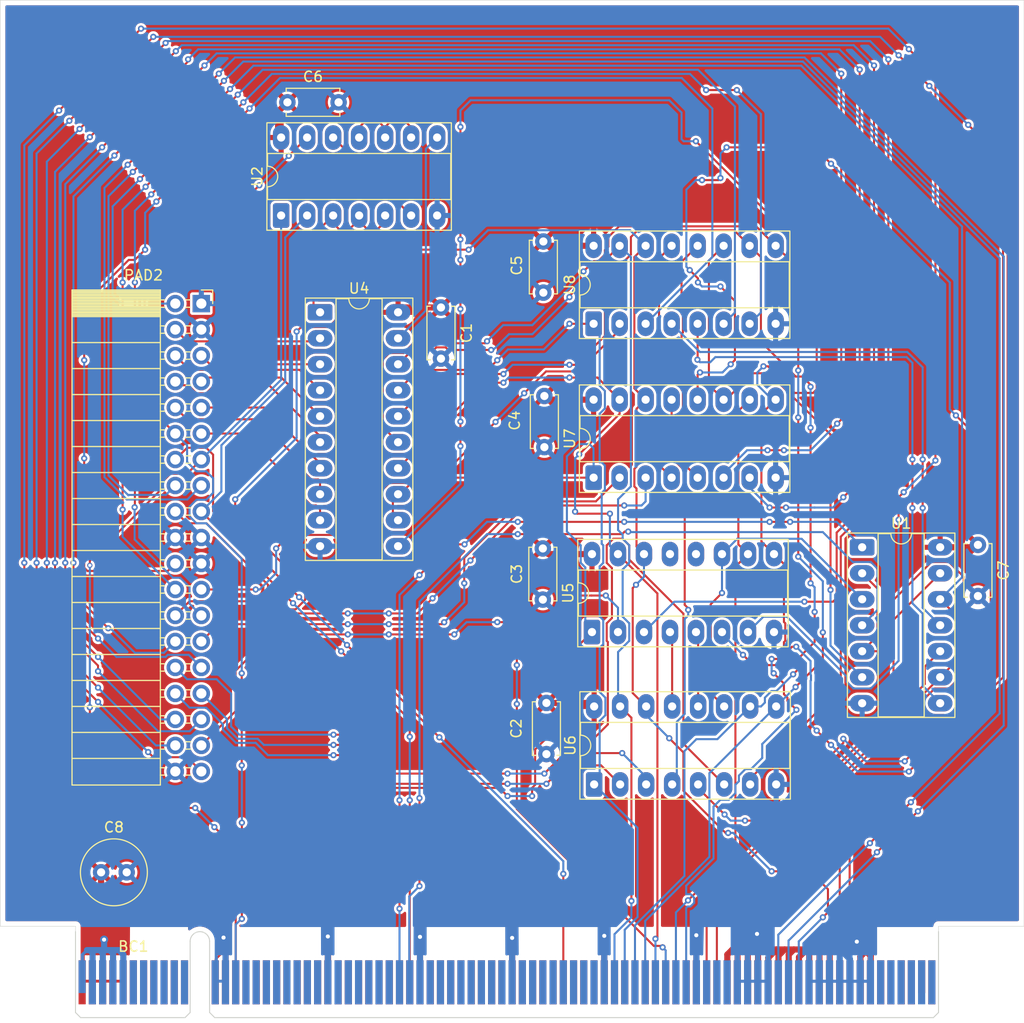
<source format=kicad_pcb>
(kicad_pcb (version 20241229) (generator "pcbnew") (generator_version "9.0")
  (layers (0 "F.Cu" signal) (2 "B.Cu" signal) (13 "F.Paste" user) (15 "B.Paste" user) (5 "F.SilkS" user "F.Silkscreen") (7 "B.SilkS" user "B.Silkscreen") (1 "F.Mask" user) (3 "B.Mask" user) (25 "Edge.Cuts" user))
  (net 0 "")
  (net 1 "/IntReq")
  (net 2 "/BUS1")
  (net 3 "/Reset")
  (net 4 "/AddrLowIn")
  (net 5 "/AddrInc")
  (net 6 "VCC")
  (net 7 "GND")
  (net 8 "/BUS7")
  (net 9 "/AddrDec")
  (net 10 "/BUS3")
  (net 11 "/BUS2")
  (net 12 "/BUS6")
  (net 13 "/~{Clk}")
  (net 14 "/Pulse")
  (net 15 "/BUS0")
  (net 16 "/BUS5")
  (net 17 "/BUS4")
  (net 18 "/AddrHighIn")
  (net 19 "/ADDRESS14")
  (net 20 "/ADDRESS8")
  (net 21 "/ADDRESS9")
  (net 22 "/ADDRESS0")
  (net 23 "/DATA3")
  (net 24 "/ADDRESS7")
  (net 25 "/ADDRESS2")
  (net 26 "/ADDRESS12")
  (net 27 "/DATA1")
  (net 28 "/ADDRESS11")
  (net 29 "/ADDRESS5")
  (net 30 "/DATA7")
  (net 31 "/DATA5")
  (net 32 "/ADDRESS6")
  (net 33 "/ADDRESS1")
  (net 34 "/DATA6")
  (net 35 "/ADDRESS15")
  (net 36 "/ADDRESS10")
  (net 37 "/DATA0")
  (net 38 "/DATA4")
  (net 39 "/ADDRESS4")
  (net 40 "/ADDRESS3")
  (net 41 "/ADDRESS13")
  (net 42 "/DATA2")
  (net 43 "Net-(U5-~{LOAD})")
  (net 44 "Net-(U8-DOWN)")
  (net 45 "Net-(U8-UP)")
  (net 46 "Net-(U7-~{LOAD})")
  (net 47 "Net-(U4-CE)")
  (net 48 "Net-(U2-Pad10)")
  (net 49 "Net-(U4-A->B)")
  (net 51 "Net-(U5-UP)")
  (net 52 "Net-(U5-DOWN)")
  (net 54 "Net-(U6-UP)")
  (net 55 "Net-(U6-DOWN)")
  (net 56 "Net-(U7-DOWN)")
  (net 57 "Net-(U7-UP)")
  (net 62 "/~{MemWrite}")
  (net 65 "/~{Halt}")
  (net 98 "/~{Wait}")
  (net 106 "/~{IntAck}")
  (net 112 "/~{MemRead}")
  (net 134 "Net-(U2-Pad12)")
  (footprint "Package_DIP:DIP-14_W7.62mm_Socket_LongPads" (layer "F.Cu") (at 113.085 43.66 90)
    (property "Reference" "U2")
    (property "Value" "74LS00")
  )
  (footprint "Package_DIP:DIP-16_W7.62mm_Socket_LongPads" (layer "F.Cu") (at 143.61 69.28 90)
    (property "Reference" "U7")
    (property "Value" "74LS193")
  )
  (footprint "Capacitor_THT:C_Disc_D5.0mm_W2.5mm_P5.00mm" (layer "F.Cu") (at 181.15 75.85 -90)
    (property "Reference" "C7")
    (property "Value" "C")
  )
  (footprint "Connector_PinSocket_2.54mm:PinSocket_2x19_P2.54mm_Horizontal" (layer "F.Cu") (at 105.29 52.27)
    (property "Reference" "PAD2")
    (property "Value" "Conn_02x19_Counter_Clockwise")
  )
  (footprint "Package_DIP:DIP-14_W7.62mm_Socket_LongPads" (layer "F.Cu") (at 169.84 76.085)
    (property "Reference" "U1")
    (property "Value" "74LS00")
  )
  (footprint "Capacitor_THT:C_Disc_D5.0mm_W2.5mm_P5.00mm" (layer "F.Cu") (at 138.65 76.2 -90)
    (property "Reference" "C3")
    (property "Value" "C")
  )
  (footprint "Package_DIP:DIP-16_W7.62mm_Socket_LongPads" (layer "F.Cu") (at 143.66 99.26 90)
    (property "Reference" "U6")
    (property "Value" "74LS193")
  )
  (footprint "Package_DIP:DIP-20_W7.62mm_Socket_LongPads" (layer "F.Cu") (at 116.89 53.12)
    (property "Reference" "U4")
    (property "Value" "74LS245")
  )
  (footprint "Package_DIP:DIP-16_W7.62mm_Socket_LongPads" (layer "F.Cu") (at 143.61 54.24 90)
    (property "Reference" "U8")
    (property "Value" "74LS193")
  )
  (footprint "Capacitor_THT:C_Disc_D5.0mm_W2.5mm_P5.00mm" (layer "F.Cu") (at 113.7 32.6)
    (property "Reference" "C6")
    (property "Value" "C" (hide yes))
  )
  (footprint "Capacitor_THT:C_Radial_D6.3mm_H5.0mm_P2.50mm" (layer "F.Cu") (at 95.5 107.85)
    (property "Reference" "C8")
    (property "Value" "C")
  )
  (footprint "Package_DIP:DIP-16_W7.62mm_Socket_LongPads" (layer "F.Cu") (at 143.45 84.37 90)
    (property "Reference" "U5")
    (property "Value" "74LS193")
  )
  (footprint "Capacitor_THT:C_Disc_D5.0mm_W2.5mm_P5.00mm" (layer "F.Cu") (at 138.8 61.3 -90)
    (property "Reference" "C4")
    (property "Value" "C")
  )
  (footprint "Capacitor_THT:C_Disc_D5.0mm_W2.5mm_P5.00mm" (layer "F.Cu") (at 138.7 46.2 -90)
    (property "Reference" "C5")
    (property "Value" "C")
  )
  (footprint "Capacitor_THT:C_Disc_D5.0mm_W2.5mm_P5.00mm" (layer "F.Cu") (at 139 91.3 -90)
    (property "Reference" "C2")
    (property "Value" "C")
  )
  (footprint "Capacitor_THT:C_Disc_D5.0mm_W2.5mm_P5.00mm" (layer "F.Cu") (at 128.7 52.65 -90)
    (property "Reference" "C1")
    (property "Value" "C")
  )
  (footprint "Connector_PCBEdge:BUS_PCIexpress_x16" (layer "F.Cu") (at 93.65 118.6)
    (property "Reference" "BC1")
    (property "Value" "BusConnector")
    (fp_line (start -0.65 -4.95) (end -0.65 2.95) (stroke (width 0.1)) (layer "Edge.Cuts"))
    (fp_line (start -0.65 2.95) (end -0.15 3.45) (stroke (width 0.1)) (layer "Edge.Cuts"))
    (fp_line (start -0.15 3.45) (end 10.05 3.45) (stroke (width 0.1)) (layer "Edge.Cuts"))
    (fp_line (start 10.55 -4) (end 10.55 2.95) (stroke (width 0.1)) (layer "Edge.Cuts"))
    (fp_line (start 10.55 2.95) (end 10.05 3.45) (stroke (width 0.1)) (layer "Edge.Cuts"))
    (fp_line (start 12.45 -4) (end 12.45 2.95) (stroke (width 0.1)) (layer "Edge.Cuts"))
    (fp_line (start 12.45 2.95) (end 12.95 3.45) (stroke (width 0.1)) (layer "Edge.Cuts"))
    (fp_line (start 12.95 3.45) (end 83.15 3.45) (stroke (width 0.1)) (layer "Edge.Cuts"))
    (fp_line (start 83.65 -4.95) (end 83.65 2.95) (stroke (width 0.1)) (layer "Edge.Cuts"))
    (fp_line (start 83.65 2.95) (end 83.15 3.45) (stroke (width 0.1)) (layer "Edge.Cuts"))
    (fp_arc (start 10.55 -4) (mid 11.5 -4.95) (end 12.45 -4) (stroke (width 0.1)) (layer "Edge.Cuts"))
  )
  (gr_line (start 177.3 113.65) (end 177.3 113.125) (stroke (width 0.05)) (layer "Edge.Cuts"))
  (gr_line (start 85.65 113.125) (end 93 113.125) (stroke (width 0.05)) (layer "Edge.Cuts"))
  (gr_line (start 85.65 113.125) (end 85.65 22.625) (stroke (width 0.05)) (layer "Edge.Cuts"))
  (gr_line (start 177.3 113.125) (end 185.65 113.125) (stroke (width 0.05)) (layer "Edge.Cuts"))
  (gr_line (start 93 113.65) (end 93 113.125) (stroke (width 0.05)) (layer "Edge.Cuts"))
  (gr_line (start 185.65 22.625) (end 185.65 113.125) (stroke (width 0.05)) (layer "Edge.Cuts"))
  (gr_line (start 185.65 22.625) (end 85.65 22.625) (stroke (width 0.05)) (layer "Edge.Cuts"))
  (segment (start 170.6 105) (end 174.6 101) (width 0.2) (layer "F.Cu") (net 1))
  (segment (start 98.6 39.4) (end 107.5 30.5) (width 0.2) (layer "F.Cu") (net 1))
  (via (at 98.6 39.4) (size 0.6) (drill 0.3) (layers "F.Cu" "B.Cu") (net 1))
  (via (at 170.6 105) (size 0.6) (drill 0.3) (layers "F.Cu" "B.Cu") (net 1))
  (via (at 174.6 101) (size 0.6) (drill 0.3) (layers "F.Cu" "B.Cu") (net 1))
  (via (at 107.5 30.5) (size 0.6) (drill 0.3) (layers "F.Cu" "B.Cu") (net 1))
  (segment (start 96.23 41.77) (end 96.23 69.07) (width 0.2) (layer "B.Cu") (net 1))
  (segment (start 98.6 39.4) (end 96.23 41.77) (width 0.2) (layer "B.Cu") (net 1))
  (segment (start 183.27 92.33) (end 183.27 47.84) (width 0.2) (layer "B.Cu") (net 1))
  (segment (start 164.05 28.62) (end 109.38 28.62) (width 0.2) (layer "B.Cu") (net 1))
  (segment (start 161.65 113.95) (end 170.6 105) (width 0.2) (layer "B.Cu") (net 1))
  (segment (start 174.6 101) (end 183.27 92.33) (width 0.2) (layer "B.Cu") (net 1))
  (segment (start 101.83 70.97) (end 102.75 70.05) (width 0.2) (layer "B.Cu") (net 1))
  (segment (start 183.27 47.84) (end 164.05 28.62) (width 0.2) (layer "B.Cu") (net 1))
  (segment (start 96.23 69.07) (end 98.17 71.01) (width 0.2) (layer "B.Cu") (net 1))
  (segment (start 161.65 118.6) (end 161.65 113.95) (width 0.2) (layer "B.Cu") (net 1))
  (segment (start 109.38 28.62) (end 107.5 30.5) (width 0.2) (layer "B.Cu") (net 1))
  (segment (start 98.17 71.01) (end 98.21 70.97) (width 0.2) (layer "B.Cu") (net 1))
  (segment (start 98.21 70.97) (end 101.83 70.97) (width 0.2) (layer "B.Cu") (net 1))
  (segment (start 133.25 58.75) (end 134.2 57.8) (width 0.2) (layer "F.Cu") (net 2))
  (segment (start 141.25 54.24) (end 143.61 54.24) (width 0.2) (layer "F.Cu") (net 2))
  (segment (start 126.5 58.75) (end 133.25 58.75) (width 0.2) (layer "F.Cu") (net 2))
  (segment (start 124.51 60.74) (end 126.5 58.75) (width 0.2) (layer "F.Cu") (net 2))
  (via (at 134.2 57.8) (size 0.6) (drill 0.3) (layers "F.Cu" "B.Cu") (net 2))
  (via (at 141.25 54.24) (size 0.6) (drill 0.3) (layers "F.Cu" "B.Cu") (net 2))
  (segment (start 144.4 70.781) (end 144.4 75.742951) (width 0.2) (layer "B.Cu") (net 2))
  (segment (start 144.2 77.957049) (end 144.2 82.869) (width 0.2) (layer "B.Cu") (net 2))
  (segment (start 144.551 83.18484) (end 144.551 85.55516) (width 0.2) (layer "B.Cu") (net 2))
  (segment (start 144.2 90.222951) (end 144.761 90.783951) (width 0.2) (layer "B.Cu") (net 2))
  (segment (start 144.23516 82.869) (end 144.551 83.18484) (width 0.2) (layer "B.Cu") (net 2))
  (segment (start 144.2 60.292951) (end 144.711 60.803951) (width 0.2) (layer "B.Cu") (net 2))
  (segment (start 146.65 118.6) (end 146.7 118.6) (width 0.2) (layer "B.Cu") (net 2))
  (segment (start 143.61 54.24) (end 144.2 54.83) (width 0.2) (layer "B.Cu") (net 2))
  (segment (start 144.2 82.869) (end 144.23516 82.869) (width 0.2) (layer "B.Cu") (net 2))
  (segment (start 144.39516 70.781) (end 144.4 70.781) (width 0.2) (layer "B.Cu") (net 2))
  (segment (start 144.2 93.057049) (end 144.2 98.72) (width 0.2) (layer "B.Cu") (net 2))
  (segment (start 144.551 85.55516) (end 144.23516 85.871) (width 0.2) (layer "B.Cu") (net 2))
  (segment (start 144.2 54.83) (end 144.2 60.292951) (width 0.2) (layer "B.Cu") (net 2))
  (segment (start 144.2 63.027049) (end 144.2 67.779) (width 0.2) (layer "B.Cu") (net 2))
  (segment (start 144.2 67.779) (end 144.39516 67.779) (width 0.2) (layer "B.Cu") (net 2))
  (segment (start 144.39516 67.779) (end 144.711 68.09484) (width 0.2) (layer "B.Cu") (net 2))
  (segment (start 144.711 60.803951) (end 144.711 62.516049) (width 0.2) (layer "B.Cu") (net 2))
  (segment (start 144.23516 85.871) (end 144.2 85.871) (width 0.2) (layer "B.Cu") (net 2))
  (segment (start 144.2 85.871) (end 144.2 90.222951) (width 0.2) (layer "B.Cu") (net 2))
  (segment (start 147.902 103.502) (end 143.66 99.26) (width 0.2) (layer "B.Cu") (net 2))
  (segment (start 144.761 92.496049) (end 144.2 93.057049) (width 0.2) (layer "B.Cu") (net 2))
  (segment (start 144.4 75.742951) (end 144.551 75.893951) (width 0.2) (layer "B.Cu") (net 2))
  (segment (start 144.761 90.783951) (end 144.761 92.496049) (width 0.2) (layer "B.Cu") (net 2))
  (segment (start 135.25 56.75) (end 138.74 56.75) (width 0.2) (layer "B.Cu") (net 2))
  (segment (start 144.711 62.516049) (end 144.2 63.027049) (width 0.2) (layer "B.Cu") (net 2))
  (segment (start 146.65 113.4671) (end 147.902 112.2151) (width 0.2) (layer "B.Cu") (net 2))
  (segment (start 144.711 70.46516) (end 144.39516 70.781) (width 0.2) (layer "B.Cu") (net 2))
  (segment (start 144.711 68.09484) (end 144.711 70.46516) (width 0.2) (layer "B.Cu") (net 2))
  (segment (start 147.902 112.2151) (end 147.902 103.502) (width 0.2) (layer "B.Cu") (net 2))
  (segment (start 144.2 98.72) (end 143.66 99.26) (width 0.2) (layer "B.Cu") (net 2))
  (segment (start 144.551 75.893951) (end 144.551 77.606049) (width 0.2) (layer "B.Cu") (net 2))
  (segment (start 138.74 56.75) (end 141.25 54.24) (width 0.2) (layer "B.Cu") (net 2))
  (segment (start 144.551 77.606049) (end 144.2 77.957049) (width 0.2) (layer "B.Cu") (net 2))
  (segment (start 146.65 118.6) (end 146.65 113.4671) (width 0.2) (layer "B.Cu") (net 2))
  (segment (start 134.2 57.8) (end 135.25 56.75) (width 0.2) (layer "B.Cu") (net 2))
  (segment (start 114.498943 82.151) (end 113.703057 82.151) (width 0.2) (layer "F.Cu") (net 3))
  (segment (start 115.041 54.559) (end 114.6 55) (width 0.2) (layer "F.Cu") (net 3))
  (segment (start 147.429 90.329) (end 147.429 80.071) (width 0.2) (layer "F.Cu") (net 3))
  (segment (start 108.6 73.049943) (end 115.442479 79.892422) (width 0.2) (layer "F.Cu") (net 3))
  (segment (start 108.6 71.4) (end 108.6 73.049943) (width 0.2) (layer "F.Cu") (net 3))
  (segment (start 147.589 47.721) (end 148.69 46.62) (width 0.2) (layer "F.Cu") (net 3))
  (segment (start 113.703057 82.151) (end 111.801 80.248943) (width 0.2) (layer "F.Cu") (net 3))
  (segment (start 148.53 76.75) (end 147.8 76.02) (width 0.2) (layer "F.Cu") (net 3))
  (segment (start 147.8 76.02) (end 147.8 70.347049) (width 0.2) (layer "F.Cu") (net 3))
  (segment (start 105.790943 73.741) (end 103.901 73.741) (width 0.2) (layer "F.Cu") (net 3))
  (segment (start 166.5 109.5) (end 164.75 107.75) (width 0.2) (layer "F.Cu") (net 3))
  (segment (start 111.801 79.751057) (end 105.790943 73.741) (width 0.2) (layer "F.Cu") (net 3))
  (segment (start 147.589 68.423951) (end 147.8 68.212951) (width 0.2) (layer "F.Cu") (net 3))
  (segment (start 115.442479 79.892422) (end 115.442479 81.207464) (width 0.2) (layer "F.Cu") (net 3))
  (segment (start 148.69 61.66) (end 147.589 60.559) (width 0.2) (layer "F.Cu") (net 3))
  (segment (start 147.8 68.212951) (end 147.8 62.55) (width 0.2) (layer "F.Cu") (net 3))
  (segment (start 164.75 107.75) (end 161 107.75) (width 0.2) (layer "F.Cu") (net 3))
  (segment (start 166.5 111.75) (end 166.5 109.5) (width 0.2) (layer "F.Cu") (net 3))
  (segment (start 147.8 70.347049) (end 147.589 70.136049) (width 0.2) (layer "F.Cu") (net 3))
  (segment (start 115.442479 81.207464) (end 114.498943 82.151) (width 0.2) (layer "F.Cu") (net 3))
  (segment (start 147.429 80.071) (end 147.75 79.75) (width 0.2) (layer "F.Cu") (net 3))
  (segment (start 125.29616 47) (end 117.73716 54.559) (width 0.2) (layer "F.Cu") (net 3))
  (segment (start 152.381 99.881) (end 152.381 96.131) (width 0.2) (layer "F.Cu") (net 3))
  (segment (start 103.901 73.741) (end 102.75 72.59) (width 0.2) (layer "F.Cu") (net 3))
  (segment (start 166 112.25) (end 166.5 111.75) (width 0.2) (layer "F.Cu") (net 3))
  (segment (start 148.74 91.64) (end 147.429 90.329) (width 0.2) (layer "F.Cu") (net 3))
  (segment (start 152.381 96.131) (end 151 94.75) (width 0.2) (layer "F.Cu") (net 3))
  (segment (start 111.801 80.248943) (end 111.801 79.751057) (width 0.2) (layer "F.Cu") (net 3))
  (segment (start 156.75 104) (end 156.5 104) (width 0.2) (layer "F.Cu") (net 3))
  (segment (start 147.589 70.136049) (end 147.589 68.423951) (width 0.2) (layer "F.Cu") (net 3))
  (segment (start 147.8 62.55) (end 148.69 61.66) (width 0.2) (layer "F.Cu") (net 3))
  (segment (start 117.73716 54.559) (end 115.041 54.559) (width 0.2) (layer "F.Cu") (net 3))
  (segment (start 147.589 60.559) (end 147.589 47.721) (width 0.2) (layer "F.Cu") (net 3))
  (segment (start 131.4 47) (end 125.29616 47) (width 0.2) (layer "F.Cu") (net 3))
  (segment (start 156.5 104) (end 152.381 99.881) (width 0.2) (layer "F.Cu") (net 3))
  (via (at 131.4 47) (size 0.6) (drill 0.3) (layers "F.Cu" "B.Cu") (net 3))
  (via (at 114.6 55) (size 0.6) (drill 0.3) (layers "F.Cu" "B.Cu") (net 3))
  (via (at 156.75 104) (size 0.6) (drill 0.3) (layers "F.Cu" "B.Cu") (net 3))
  (via (at 108.6 71.4) (size 0.6) (drill 0.3) (layers "F.Cu" "B.Cu") (net 3))
  (via (at 147.75 79.75) (size 0.6) (drill 0.3) (layers "F.Cu" "B.Cu") (net 3))
  (via (at 151 94.75) (size 0.6) (drill 0.3) (layers "F.Cu" "B.Cu") (net 3))
  (via (at 161 107.75) (size 0.6) (drill 0.3) (layers "F.Cu" "B.Cu") (net 3))
  (via (at 166 112.25) (size 0.6) (drill 0.3) (layers "F.Cu" "B.Cu") (net 3))
  (segment (start 148.53 78.97) (end 148.53 76.75) (width 0.2) (layer "B.Cu") (net 3))
  (segment (start 148.74 92.49) (end 148.74 91.64) (width 0.2) (layer "B.Cu") (net 3))
  (segment (start 133.301 45.099) (end 131.4 47) (width 0.2) (layer "B.Cu") (net 3))
  (segment (start 163.65 114.6) (end 166 112.25) (width 0.2) (layer "B.Cu") (net 3))
  (segment (start 161 107.75) (end 157.25 104) (width 0.2) (layer "B.Cu") (net 3))
  (segment (start 147.75 79.75) (end 148.53 78.97) (width 0.2) (layer "B.Cu") (net 3))
  (segment (start 148.69 46.62) (end 147.169 45.099) (width 0.2) (layer "B.Cu") (net 3))
  (segment (start 114.6 65.4) (end 108.6 71.4) (width 0.2) (layer "B.Cu") (net 3))
  (segment (start 157.25 104) (end 156.75 104) (width 0.2) (layer "B.Cu") (net 3))
  (segment (start 151 94.75) (end 148.74 92.49) (width 0.2) (layer "B.Cu") (net 3))
  (segment (start 163.65 118.6) (end 163.65 114.6) (width 0.2) (layer "B.Cu") (net 3))
  (segment (start 147.169 45.099) (end 133.301 45.099) (width 0.2) (layer "B.Cu") (net 3))
  (segment (start 114.6 55) (end 114.6 65.4) (width 0.2) (layer "B.Cu") (net 3))
  (segment (start 146.643584 74.55147) (end 146.395054 74.8) (width 0.2) (layer "F.Cu") (net 4))
  (segment (start 146.395054 74.8) (end 136.2 74.8) (width 0.2) (layer "F.Cu") (net 4))
  (segment (start 126.6 109.2) (end 126.6 100.6) (width 0.2) (layer "F.Cu") (net 4))
  (segment (start 146.989 74.55147) (end 146.643584 74.55147) (width 0.2) (layer "F.Cu") (net 4))
  (via (at 126.6 109.2) (size 0.6) (drill 0.3) (layers "F.Cu" "B.Cu") (net 4))
  (via (at 146.989 74.55147) (size 0.6) (drill 0.3) (layers "F.Cu" "B.Cu") (net 4))
  (via (at 136.2 74.8) (size 0.6) (drill 0.3) (layers "F.Cu" "B.Cu") (net 4))
  (via (at 126.6 100.6) (size 0.6) (drill 0.3) (layers "F.Cu" "B.Cu") (net 4))
  (segment (start 147 74.55147) (end 147.04853 74.6) (width 0.2) (layer "B.Cu") (net 4))
  (segment (start 125.6 110.2) (end 126.6 109.2) (width 0.2) (layer "B.Cu") (net 4))
  (segment (start 171.341 78.168951) (end 171.341 82.204) (width 0.2) (layer "B.Cu") (net 4))
  (segment (start 126.6 100.6) (end 126.6 81.4) (width 0.2) (layer "B.Cu") (net 4))
  (segment (start 133.2 74.8) (end 136.2 74.8) (width 0.2) (layer "B.Cu") (net 4))
  (segment (start 147.04853 74.6) (end 166 74.6) (width 0.2) (layer "B.Cu") (net 4))
  (segment (start 125.65 118.6) (end 125.6 118.55) (width 0.2) (layer "B.Cu") (net 4))
  (segment (start 171.341 82.204) (end 169.84 83.705) (width 0.2) (layer "B.Cu") (net 4))
  (segment (start 126.6 81.4) (end 133.2 74.8) (width 0.2) (layer "B.Cu") (net 4))
  (segment (start 166 74.6) (end 168.924 77.524) (width 0.2) (layer "B.Cu") (net 4))
  (segment (start 146.989 74.55147) (end 147 74.55147) (width 0.2) (layer "B.Cu") (net 4))
  (segment (start 170.696049 77.524) (end 171.341 78.168951) (width 0.2) (layer "B.Cu") (net 4))
  (segment (start 125.6 118.55) (end 125.6 110.2) (width 0.2) (layer "B.Cu") (net 4))
  (segment (start 168.924 77.524) (end 170.696049 77.524) (width 0.2) (layer "B.Cu") (net 4))
  (segment (start 155.65 118.6) (end 155.65 109.7571) (width 0.2) (layer "F.Cu") (net 5))
  (segment (start 175.959 87.746) (end 177.46 86.245) (width 0.2) (layer "F.Cu") (net 5))
  (segment (start 155.65 109.7571) (end 175.959 89.4481) (width 0.2) (layer "F.Cu") (net 5))
  (segment (start 175.959 89.4481) (end 175.959 87.746) (width 0.2) (layer "F.Cu") (net 5))
  (segment (start 143.61 46.62) (end 139.12 46.62) (width 0.6) (layer "F.Cu") (net 6))
  (segment (start 139.16 61.66) (end 138.8 61.3) (width 0.6) (layer "F.Cu") (net 6))
  (segment (start 95.5 114.14) (end 95.5 107.85) (width 0.6) (layer "F.Cu") (net 6))
  (segment (start 113.085 36.04) (end 112.79 36.04) (width 0.2) (layer "F.Cu") (net 6))
  (segment (start 139.2 76.75) (end 138.65 76.2) (width 0.6) (layer "F.Cu") (net 6))
  (segment (start 95.79 114.43) (end 95.5 114.14) (width 0.6) (layer "F.Cu") (net 6))
  (segment (start 139 91.3) (end 143.32 91.3) (width 0.6) (layer "F.Cu") (net 6))
  (segment (start 139.12 46.62) (end 138.7 46.2) (width 0.6) (layer "F.Cu") (net 6))
  (segment (start 143.32 91.3) (end 143.66 91.64) (width 0.6) (layer "F.Cu") (net 6))
  (segment (start 124.98 52.65) (end 124.51 53.12) (width 0.6) (layer "F.Cu") (net 6))
  (segment (start 180.915 76.085) (end 181.15 75.85) (width 0.6) (layer "F.Cu") (net 6))
  (segment (start 177.46 76.085) (end 180.915 76.085) (width 0.6) (layer "F.Cu") (net 6))
  (segment (start 112.79 33.51) (end 112.79 36.04) (width 0.6) (layer "F.Cu") (net 6))
  (segment (start 143.61 61.66) (end 139.16 61.66) (width 0.6) (layer "F.Cu") (net 6))
  (segment (start 143.45 76.75) (end 139.2 76.75) (width 0.6) (layer "F.Cu") (net 6))
  (segment (start 128.7 52.65) (end 124.98 52.65) (width 0.6) (layer "F.Cu") (net 6))
  (segment (start 112.79 33.51) (end 113.7 32.6) (width 0.6) (layer "F.Cu") (net 6))
  (via (at 95.79 114.43) (size 0.8) (drill 0.4) (layers "F.Cu" "B.Cu") (net 6))
  (segment (start 94.67 118.5025) (end 94.67 115.7275) (width 0.6) (layer "B.Cu") (net 6))
  (segment (start 96.345 115.4525) (end 97.245 115.4525) (width 0.6) (layer "B.Cu") (net 6))
  (segment (start 95.37 115.4525) (end 95.795 115.4525) (width 0.6) (layer "B.Cu") (net 6))
  (segment (start 94.395 115.4525) (end 95.37 115.4525) (width 0.6) (layer "B.Cu") (net 6))
  (segment (start 95.67 118.5025) (end 95.67 115.7525) (width 0.6) (layer "B.Cu") (net 6))
  (segment (start 94.67 115.7275) (end 94.395 115.4525) (width 0.6) (layer "B.Cu") (net 6))
  (segment (start 97.67 118.5025) (end 97.67 115.8775) (width 0.6) (layer "B.Cu") (net 6))
  (segment (start 93.67 115.9025) (end 93.67 117.9525) (width 0.3) (layer "B.Cu") (net 6))
  (segment (start 95.67 115.7525) (end 95.37 115.4525) (width 0.6) (layer "B.Cu") (net 6))
  (segment (start 94.12 115.4525) (end 93.67 115.9025) (width 0.3) (layer "B.Cu") (net 6))
  (segment (start 95.795 115.4525) (end 95.795 114.4525) (width 0.6) (layer "B.Cu") (net 6))
  (segment (start 96.67 118.5025) (end 96.67 115.7775) (width 0.6) (layer "B.Cu") (net 6))
  (segment (start 97.245 115.4525) (end 97.67 115.8775) (width 0.6) (layer "B.Cu") (net 6))
  (segment (start 94.12 115.4525) (end 94.395 115.4525) (width 0.6) (layer "B.Cu") (net 6))
  (segment (start 96.67 115.7775) (end 96.345 115.4525) (width 0.6) (layer "B.Cu") (net 6))
  (segment (start 95.795 115.4525) (end 96.345 115.4525) (width 0.6) (layer "B.Cu") (net 6))
  (segment (start 160.67 116.19) (end 160.67 118.54) (width 0.6) (layer "F.Cu") (net 7))
  (segment (start 158.67 115.74) (end 158.67 118.54) (width 0.6) (layer "F.Cu") (net 7))
  (segment (start 160.52 114.365) (end 160.02 113.865) (width 0.6) (layer "F.Cu") (net 7))
  (segment (start 144.65 118.6) (end 144.65 114.06) (width 0.6) (layer "F.Cu") (net 7))
  (segment (start 160.52 115.39) (end 160.045 115.39) (width 0.6) (layer "F.Cu") (net 7))
  (segment (start 160.045 115.39) (end 159.02 115.39) (width 0.6) (layer "F.Cu") (net 7))
  (segment (start 166.07 115.39) (end 165.095 115.39) (width 0.6) (layer "F.Cu") (net 7))
  (segment (start 156.67 118.54) (end 156.67 115.89) (width 0.6) (layer "F.Cu") (net 7))
  (segment (start 170.045 115.3525) (end 169.32 114.6275) (width 0.6) (layer "F.Cu") (net 7))
  (segment (start 161.67 115.99) (end 161.67 118.54) (width 0.6) (layer "F.Cu") (net 7))
  (segment (start 159.02 115.39) (end 158.67 115.74) (width 0.6) (layer "F.Cu") (net 7))
  (segment (start 166.445 115.39) (end 166.07 115.39) (width 0.6) (layer "F.Cu") (net 7))
  (segment (start 156.67 115.89) (end 157.17 115.39) (width 0.6) (layer "F.Cu") (net 7))
  (segment (start 153.65 118.6) (end 153.65 114.01) (width 0.6) (layer "F.Cu") (net 7))
  (segment (start 107.66 114.43) (end 107.46 114.23) (width 0.6) (layer "F.Cu") (net 7))
  (segment (start 170.2075 115.5475) (end 169.67 116.085) (width 0.6) (layer "F.Cu") (net 7))
  (segment (start 117.67 118.54) (end 117.67 114.04) (width 0.6) (layer "F.Cu") (net 7))
  (segment (start 158.02 115.39) (end 157.17 115.39) (width 0.6) (layer "F.Cu") (net 7))
  (segment (start 126.65 118.6) (end 126.65 114.16) (width 0.6) (layer "F.Cu") (net 7))
  (segment (start 163.17 115.39) (end 162.67 115.89) (width 0.6) (layer "F.Cu") (net 7))
  (segment (start 164.67 115.815) (end 164.67 118.54) (width 0.6) (layer "F.Cu") (net 7))
  (segment (start 117.65 118.62) (end 117.65 114.12) (width 0.6) (layer "F.Cu") (net 7))
  (segment (start 170.67 115.9775) (end 170.2075 115.515) (width 0.6) (layer "F.Cu") (net 7))
  (segment (start 170.67 118.5025) (end 170.67 115.9775) (width 0.6) (layer "F.Cu") (net 7))
  (segment (start 161.47 115.39) (end 160.67 116.19) (width 0.6) (layer "F.Cu") (net 7))
  (segment (start 107.66 118.53) (end 107.66 115.38) (width 0.6) (layer "F.Cu") (net 7))
  (segment (start 107.66 115.38) (end 107.66 114.43) (width 0.6) (layer "F.Cu") (net 7))
  (segment (start 164.42 115.39) (end 163.17 115.39) (width 0.6) (layer "F.Cu") (net 7))
  (segment (start 170.2075 115.515) (end 170.045 115.3525) (width 0.6) (layer "F.Cu") (net 7))
  (segment (start 163.67 116.14) (end 163.67 118.54) (width 0.6) (layer "F.Cu") (net 7))
  (segment (start 106.701 116.339) (end 106.701 118.6) (width 0.2) (layer "F.Cu") (net 7))
  (segment (start 170.2075 115.515) (end 169.67 116.0525) (width 0.6) (layer "F.Cu") (net 7))
  (segment (start 165.095 115.39) (end 164.42 115.39) (width 0.6) (layer "F.Cu") (net 7))
  (segment (start 165.095 115.39) (end 164.67 115.815) (width 0.6) (layer "F.Cu") (net 7))
  (segment (start 160.045 115.39) (end 159.67 115.765) (width 0.6) (layer "F.Cu") (net 7))
  (segment (start 162.67 115.89) (end 162.67 118.54) (width 0.6) (layer "F.Cu") (net 7))
  (segment (start 166.67 118.54) (end 166.67 115.615) (width 0.6) (layer "F.Cu") (net 7))
  (segment (start 166.07 115.39) (end 165.67 115.79) (width 0.6) (layer "F.Cu") (net 7))
  (segment (start 165.67 115.79) (end 165.67 118.54) (width 0.6) (layer "F.Cu") (net 7))
  (segment (start 160.52 115.39) (end 160.52 114.365) (width 0.6) (layer "F.Cu") (net 7))
  (segment (start 170.67 118.535) (end 170.67 116.01) (width 0.6) (layer "F.Cu") (net 7))
  (segment (start 153.65 114.01) (end 153.64 114) (width 0.6) (layer "F.Cu") (net 7))
  (segment (start 169.67 116.0525) (end 169.67 118.5025) (width 0.6) (layer "F.Cu") (net 7))
  (segment (start 169.67 116.085) (end 169.67 118.535) (width 0.6) (layer "F.Cu") (net 7))
  (segment (start 169.32 114.66) (end 169.32 114.6275) (width 0.6) (layer "F.Cu") (net 7))
  (segment (start 170.2075 115.5475) (end 169.32 114.66) (width 0.6) (layer "F.Cu") (net 7))
  (segment (start 159.67 115.765) (end 159.67 118.54) (width 0.6) (layer "F.Cu") (net 7))
  (segment (start 166.67 115.615) (end 166.445 115.39) (width 0.6) (layer "F.Cu") (net 7))
  (segment (start 157.67 118.54) (end 157.67 115.74) (width 0.6) (layer "F.Cu") (net 7))
  (segment (start 164.42 115.39) (end 163.67 116.14) (width 0.6) (layer "F.Cu") (net 7))
  (segment (start 161.47 115.39) (end 160.52 115.39) (width 0.6) (layer "F.Cu") (net 7))
  (segment (start 159.02 115.39) (end 158.02 115.39) (width 0.6) (layer "F.Cu") (net 7))
  (segment (start 135.65 118.76) (end 135.65 114.26) (width 0.6) (layer "F.Cu") (net 7))
  (segment (start 170.67 116.01) (end 170.2075 115.5475) (width 0.6) (layer "F.Cu") (net 7))
  (segment (start 162.27 115.39) (end 161.67 115.99) (width 0.6) (layer "F.Cu") (net 7))
  (segment (start 160.02 113.865) (end 159.62 113.865) (width 0.6) (layer "F.Cu") (net 7))
  (segment (start 107.66 115.38) (end 106.701 116.339) (width 0.2) (layer "F.Cu") (net 7))
  (segment (start 162.27 115.39) (end 161.47 115.39) (width 0.6) (layer "F.Cu") (net 7))
  (segment (start 157.67 115.74) (end 158.02 115.39) (width 0.6) (layer "F.Cu") (net 7))
  (segment (start 163.17 115.39) (end 162.27 115.39) (width 0.6) (layer "F.Cu") (net 7))
  (via (at 159.57 113.87) (size 0.8) (drill 0.4) (layers "F.Cu" "B.Cu") (net 7))
  (via (at 153.64 114) (size 0.8) (drill 0.4) (layers "F.Cu" "B.Cu") (net 7))
  (via (at 126.65 114.16) (size 0.8) (drill 0.4) (layers "F.Cu" "B.Cu") (net 7))
  (via (at 144.65 114.06) (size 0.8) (drill 0.4) (layers "F.Cu" "B.Cu") (net 7))
  (via (at 169.32 114.6275) (size 0.8) (drill 0.4) (layers "F.Cu" "B.Cu") (net 7))
  (via (at 107.46 114.23) (size 0.8) (drill 0.4) (layers "F.Cu" "B.Cu") (net 7))
  (via (at 135.65 114.26) (size 0.8) (drill 0.4) (layers "F.Cu" "B.Cu") (net 7))
  (via (at 117.65 114.12) (size 0.8) (drill 0.4) (layers "F.Cu" "B.Cu") (net 7))
  (segment (start 167.65 118.6) (end 167.65 115.34) (width 0.6) (layer "B.Cu") (net 7))
  (segment (start 144.65 118.6) (end 144.9 118.85) (width 0.2) (layer "B.Cu") (net 7))
  (segment (start 107.66 118.47) (end 107.66 114.87) (width 0.6) (layer "B.Cu") (net 7))
  (segment (start 126.65 118.6) (end 126.65 115.21) (width 0.6) (layer "B.Cu") (net 7))
  (segment (start 144.65 118.6) (end 144.65 115.06) (width 0.6) (layer "B.Cu") (net 7))
  (segment (start 153.65 115.06) (end 153.6 115.01) (width 0.6) (layer "B.Cu") (net 7))
  (segment (start 135.65 115.24) (end 135.68 115.21) (width 0.6) (layer "B.Cu") (net 7))
  (segment (start 135.65 118.6) (end 135.65 115.24) (width 0.6) (layer "B.Cu") (net 7))
  (segment (start 167.65 115.34) (end 167.35 115.04) (width 0.6) (layer "B.Cu") (net 7))
  (segment (start 126.65 115.21) (end 126.67 115.19) (width 0.6) (layer "B.Cu") (net 7))
  (segment (start 153.65 118.6) (end 153.65 115.06) (width 0.6) (layer "B.Cu") (net 7))
  (segment (start 168.65 118.6) (end 168.65 116.34) (width 0.6) (layer "B.Cu") (net 7))
  (segment (start 117.65 115.22) (end 117.66 115.21) (width 0.6) (layer "B.Cu") (net 7))
  (segment (start 168.65 116.34) (end 167.65 115.34) (width 0.6) (layer "B.Cu") (net 7))
  (segment (start 117.65 118.6) (end 117.65 115.22) (width 0.6) (layer "B.Cu") (net 7))
  (segment (start 130.6 52.8) (end 130.6 48) (width 0.2) (layer "F.Cu") (net 8))
  (segment (start 161.75147 87) (end 162.2 86.55147) (width 0.2) (layer "F.Cu") (net 8))
  (segment (start 162.2 83.382951) (end 162.2 77.72) (width 0.2) (layer "F.Cu") (net 8))
  (segment (start 160.654148 58.4) (end 163.255148 61.001) (width 0.2) (layer "F.Cu") (net 8))
  (segment (start 162.331 85.226049) (end 162.331 83.513951) (width 0.2) (layer "F.Cu") (net 8))
  (segment (start 161.23 76.75) (end 160 75.52) (width 0.2) (layer "F.Cu") (net 8))
  (segment (start 162.2 86.55147) (end 162.2 85.357049) (width 0.2) (layer "F.Cu") (net 8))
  (segment (start 160.2 58.4) (end 160.654148 58.4) (width 0.2) (layer "F.Cu") (net 8))
  (segment (start 165.401 48.201) (end 153.6 36.4) (width 0.2) (layer "F.Cu") (net 8))
  (segment (start 130.6 46) (end 130.6 35) (width 0.2) (layer "F.Cu") (net 8))
  (segment (start 165.401 60.648943) (end 165.401 48.201) (width 0.2) (layer "F.Cu") (net 8))
  (segment (start 165.048943 61.001) (end 165.401 60.648943) (width 0.2) (layer "F.Cu") (net 8))
  (segment (start 130.6 66.2) (end 130.6 63.8) (width 0.2) (layer "F.Cu") (net 8))
  (segment (start 162.541 91.091) (end 163.42 91.97) (width 0.2) (layer "F.Cu") (net 8))
  (segment (start 162.541 90.783951) (end 162.541 91.091) (width 0.2) (layer "F.Cu") (net 8))
  (segment (start 162.2 89.4) (end 162.2 90.442951) (width 0.2) (layer "F.Cu") (net 8))
  (segment (start 160 75.52) (end 160 63.05) (width 0.2) (layer "F.Cu") (net 8))
  (segment (start 162.2 90.442951) (end 162.541 90.783951) (width 0.2) (layer "F.Cu") (net 8))
  (segment (start 161.2 88.4) (end 162.2 89.4) (width 0.2) (layer "F.Cu") (net 8))
  (segment (start 160 63.05) (end 161.39 61.66) (width 0.2) (layer "F.Cu") (net 8))
  (segment (start 162.2 85.357049) (end 162.331 85.226049) (width 0.2) (layer "F.Cu") (net 8))
  (segment (start 162.331 83.513951) (end 162.2 83.382951) (width 0.2) (layer "F.Cu") (net 8))
  (segment (start 161 87) (end 161.75147 87) (width 0.2) (layer "F.Cu") (net 8))
  (segment (start 163.255148 61.001) (end 165.048943 61.001) (width 0.2) (layer "F.Cu") (net 8))
  (segment (start 162.2 77.72) (end 161.23 76.75) (width 0.2) (layer "F.Cu") (net 8))
  (via (at 130.6 66.2) (size 0.6) (drill 0.3) (layers "F.Cu" "B.Cu") (net 8))
  (via (at 130.6 48) (size 0.6) (drill 0.3) (layers "F.Cu" "B.Cu") (net 8))
  (via (at 161 87) (size 0.6) (drill 0.3) (layers "F.Cu" "B.Cu") (net 8))
  (via (at 153.6 36.4) (size 0.6) (drill 0.3) (layers "F.Cu" "B.Cu") (net 8))
  (via (at 163.42 91.97) (size 0.6) (drill 0.3) (layers "F.Cu" "B.Cu") (net 8))
  (via (at 161.2 88.4) (size 0.6) (drill 0.3) (layers "F.Cu" "B.Cu") (net 8))
  (via (at 130.6 63.8) (size 0.6) (drill 0.3) (layers "F.Cu" "B.Cu") (net 8))
  (via (at 130.6 35) (size 0.6) (drill 0.3) (layers "F.Cu" "B.Cu") (net 8))
  (via (at 160.2 58.4) (size 0.6) (drill 0.3) (layers "F.Cu" "B.Cu") (net 8))
  (via (at 130.6 46) (size 0.6) (drill 0.3) (layers "F.Cu" "B.Cu") (net 8))
  (via (at 130.6 52.8) (size 0.6) (drill 0.3) (layers "F.Cu" "B.Cu") (net 8))
  (segment (start 130.6 35) (end 130.6 33.4) (width 0.2) (layer "B.Cu") (net 8))
  (segment (start 130.6 48) (end 130.6 46) (width 0.2) (layer "B.Cu") (net 8))
  (segment (start 161 88.2) (end 161.2 88.4) (width 0.2) (layer "B.Cu") (net 8))
  (segment (start 155.989 100.761) (end 155.322 101.428) (width 0.2) (layer "B.Cu") (net 8))
  (segment (start 153.078943 109.989) (end 153.431 110.341057) (width 0.2) (layer "B.Cu") (net 8))
  (segment (start 160.08 95.31) (end 160.08 96.67) (width 0.2) (layer "B.Cu") (net 8))
  (segment (start 131.6 32.4) (end 151 32.4) (width 0.2) (layer "B.Cu") (net 8))
  (segment (start 130.6 69.89) (end 130.6 66.2) (width 0.2) (layer "B.Cu") (net 8))
  (segment (start 157.799 98.403951) (end 157.799 98.951) (width 0.2) (layer "B.Cu") (net 8))
  (segment (start 157.461 100.116049) (end 156.816049 100.761) (width 0.2) (layer "B.Cu") (net 8))
  (segment (start 152.65 109.1684) (end 152.65 109.989) (width 0.2) (layer "B.Cu") (net 8))
  (segment (start 152.2 36.2) (end 152.4 36.4) (width 0.2) (layer "B.Cu") (net 8))
  (segment (start 158.991 97.759) (end 158.443951 97.759) (width 0.2) (layer "B.Cu") (net 8))
  (segment (start 161 87) (end 161 88.2) (width 0.2) (layer "B.Cu") (net 8))
  (segment (start 153.078943 111.191) (end 152.7961 111.191) (width 0.2) (layer "B.Cu") (net 8))
  (segment (start 159.6 59) (end 159.6 60.2) (width 0.2) (layer "B.Cu") (net 8))
  (segment (start 151 32.4) (end 152.2 33.6) (width 0.2) (layer "B.Cu") (net 8))
  (segment (start 161.06 61.66) (end 161.39 61.66) (width 0.2) (layer "B.Cu") (net 8))
  (segment (start 152.65 111.3371) (end 152.65 118.6) (width 0.2) (layer "B.Cu") (net 8))
  (segment (start 155.322 101.428) (end 155.322 106.4964) (width 0.2) (layer "B.Cu") (net 8))
  (segment (start 130.6 33.4) (end 131.6 32.4) (width 0.2) (layer "B.Cu") (net 8))
  (segment (start 152.2 33.6) (end 152.2 36.2) (width 0.2) (layer "B.Cu") (net 8))
  (segment (start 152.65 109.989) (end 153.078943 109.989) (width 0.2) (layer "B.Cu") (net 8))
  (segment (start 155.322 106.4964) (end 152.65 109.1684) (width 0.2) (layer "B.Cu") (net 8))
  (segment (start 153.431 110.838943) (end 153.078943 111.191) (width 0.2) (layer "B.Cu") (net 8))
  (segment (start 158.443951 97.759) (end 157.799 98.403951) (width 0.2) (layer "B.Cu") (net 8))
  (segment (start 153.431 110.341057) (end 153.431 110.838943) (width 0.2) (layer "B.Cu") (net 8))
  (segment (start 159.6 60.2) (end 161.06 61.66) (width 0.2) (layer "B.Cu") (net 8))
  (segment (start 156.816049 100.761) (end 155.989 100.761) (width 0.2) (layer "B.Cu") (net 8))
  (segment (start 157.461 99.289) (end 157.461 100.116049) (width 0.2) (layer "B.Cu") (net 8))
  (segment (start 152.7961 111.191) (end 152.65 111.3371) (width 0.2) (layer "B.Cu") (net 8))
  (segment (start 130.6 63.8) (end 130.6 52.8) (width 0.2) (layer "B.Cu") (net 8))
  (segment (start 160.2 58.4) (end 159.6 59) (width 0.2) (layer "B.Cu") (net 8))
  (segment (start 163.42 91.97) (end 160.08 95.31) (width 0.2) (layer "B.Cu") (net 8))
  (segment (start 160.08 96.67) (end 158.991 97.759) (width 0.2) (layer "B.Cu") (net 8))
  (segment (start 157.799 98.951) (end 157.461 99.289) (width 0.2) (layer "B.Cu") (net 8))
  (segment (start 152.4 36.4) (end 153.6 36.4) (width 0.2) (layer "B.Cu") (net 8))
  (segment (start 124.51 75.98) (end 130.6 69.89) (width 0.2) (layer "B.Cu") (net 8))
  (segment (start 172.901 91.939) (end 172.901 83.184) (width 0.2) (layer "F.Cu") (net 9))
  (segment (start 154.65 110.19) (end 172.901 91.939) (width 0.2) (layer "F.Cu") (net 9))
  (segment (start 154.65 118.6) (end 154.65 110.19) (width 0.2) (layer "F.Cu") (net 9))
  (segment (start 172.901 83.184) (end 177.46 78.625) (width 0.2) (layer "F.Cu") (net 9))
  (segment (start 163.34 89.74) (end 166 87.08) (width 0.2) (layer "F.Cu") (net 10))
  (segment (start 145.049 45.763951) (end 146.094951 44.718) (width 0.2) (layer "F.Cu") (net 10))
  (segment (start 143.629 48.121) (end 144.066049 48.121) (width 0.2) (layer "F.Cu") (net 10))
  (segment (start 125.9949 56.148) (end 125.0439 57.099) (width 0.2) (layer "F.Cu") (net 10))
  (segment (start 123.009 64.319) (end 124.51 65.82) (width 0.2) (layer "F.Cu") (net 10))
  (segment (start 144.711 47.476049) (end 144.711 47.039) (width 0.2) (layer "F.Cu") (net 10))
  (segment (start 163.6 48.83) (end 161.39 46.62) (width 0.2) (layer "F.Cu") (net 10))
  (segment (start 145.049 46.701) (end 145.049 45.763951) (width 0.2) (layer "F.Cu") (net 10))
  (segment (start 163.6 77) (end 163.6 63.4) (width 0.2) (layer "F.Cu") (net 10))
  (segment (start 133.2 55.949) (end 133.001 56.148) (width 0.2) (layer "F.Cu") (net 10))
  (segment (start 123.653951 57.099) (end 123.009 57.743951) (width 0.2) (layer "F.Cu") (net 10))
  (segment (start 123.009 57.743951) (end 123.009 64.319) (width 0.2) (layer "F.Cu") (net 10))
  (segment (start 144.711 47.039) (end 145.049 46.701) (width 0.2) (layer "F.Cu") (net 10))
  (segment (start 163.6 58.8) (end 163.6 48.83) (width 0.2) (layer "F.Cu") (net 10))
  (segment (start 166 87.08) (end 166 84.4) (width 0.2) (layer "F.Cu") (net 10))
  (segment (start 144.066049 48.121) (end 144.711 47.476049) (width 0.2) (layer "F.Cu") (net 10))
  (segment (start 133.001 56.148) (end 125.9949 56.148) (width 0.2) (layer "F.Cu") (net 10))
  (segment (start 159.488 44.718) (end 161.39 46.62) (width 0.2) (layer "F.Cu") (net 10))
  (segment (start 125.0439 57.099) (end 123.653951 57.099) (width 0.2) (layer "F.Cu") (net 10))
  (segment (start 142.625 49.125) (end 143.629 48.121) (width 0.2) (layer "F.Cu") (net 10))
  (segment (start 146.094951 44.718) (end 159.488 44.718) (width 0.2) (layer "F.Cu") (net 10))
  (via (at 166 84.4) (size 0.6) (drill 0.3) (layers "F.Cu" "B.Cu") (net 10))
  (via (at 163.34 89.74) (size 0.6) (drill 0.3) (layers "F.Cu" "B.Cu") (net 10))
  (via (at 163.6 58.8) (size 0.6) (drill 0.3) (layers "F.Cu" "B.Cu") (net 10))
  (via (at 163.6 77) (size 0.6) (drill 0.3) (layers "F.Cu" "B.Cu") (net 10))
  (via (at 133.2 55.949) (size 0.6) (drill 0.3) (layers "F.Cu" "B.Cu") (net 10))
  (via (at 163.6 63.4) (size 0.6) (drill 0.3) (layers "F.Cu" "B.Cu") (net 10))
  (via (at 142.625 49.125) (size 0.6) (drill 0.3) (layers "F.Cu" "B.Cu") (net 10))
  (segment (start 133.2 55.949) (end 134.774 54.375) (width 0.2) (layer "B.Cu") (net 10))
  (segment (start 163.6 63.4) (end 163.6 58.8) (width 0.2) (layer "B.Cu") (net 10))
  (segment (start 154.921 106.3303) (end 154.921 98.159) (width 0.2) (layer "B.Cu") (net 10))
  (segment (start 148.65 118.6) (end 148.65 112.6013) (width 0.2) (layer "B.Cu") (net 10))
  (segment (start 137.625 54.375) (end 141.25 50.75) (width 0.2) (layer "B.Cu") (net 10))
  (segment (start 134.774 54.375) (end 137.625 54.375) (width 0.2) (layer "B.Cu") (net 10))
  (segment (start 154.921 98.159) (end 161.44 91.64) (width 0.2) (layer "B.Cu") (net 10))
  (segment (start 141.25 50.5) (end 142.625 49.125) (width 0.2) (layer "B.Cu") (net 10))
  (segment (start 148.65 112.6013) (end 154.921 106.3303) (width 0.2) (layer "B.Cu") (net 10))
  (segment (start 166 79.4) (end 163.6 77) (width 0.2) (layer "B.Cu") (net 10))
  (segment (start 161.44 91.64) (end 163.34 89.74) (width 0.2) (layer "B.Cu") (net 10))
  (segment (start 141.25 50.75) (end 141.25 50.5) (width 0.2) (layer "B.Cu") (net 10))
  (segment (start 166 84.4) (end 166 79.4) (width 0.2) (layer "B.Cu") (net 10))
  (segment (start 164.8 60.202) (end 163.999 59.401) (width 0.2) (layer "F.Cu") (net 11))
  (segment (start 165.2 85.34) (end 165.2 82.4) (width 0.2) (layer "F.Cu") (net 11))
  (segment (start 163.1 88.5) (end 163.6 88) (width 0.2) (layer "F.Cu") (net 11))
  (segment (start 164.8 60.4) (end 164.8 60.202) (width 0.2) (layer "F.Cu") (net 11))
  (segment (start 163.999 59.401) (end 163.351057 59.401) (width 0.2) (layer "F.Cu") (net 11))
  (segment (start 147.895951 45.119) (end 147.251 45.763951) (width 0.2) (layer "F.Cu") (net 11))
  (segment (start 144.711 55.42516) (end 141.88616 58.25) (width 0.2) (layer "F.Cu") (net 11))
  (segment (start 128.639 59.151) (end 124.51 63.28) (width 0.2) (layer "F.Cu") (net 11))
  (segment (start 141.88616 58.25) (end 141.25 58.25) (width 0.2) (layer "F.Cu") (net 11))
  (segment (start 134.8 59.151) (end 128.639 59.151) (width 0.2) (layer "F.Cu") (net 11))
  (segment (start 163.351057 59.401) (end 159.951 56.000943) (width 0.2) (layer "F.Cu") (net 11))
  (segment (start 147.251 45.763951) (end 147.251 47.476049) (width 0.2) (layer "F.Cu") (net 11))
  (segment (start 157.349 45.119) (end 147.895951 45.119) (width 0.2) (layer "F.Cu") (net 11))
  (segment (start 159.951 47.721) (end 158.85 46.62) (width 0.2) (layer "F.Cu") (net 11))
  (segment (start 158.85 46.62) (end 157.349 45.119) (width 0.2) (layer "F.Cu") (net 11))
  (segment (start 164.06 86.51) (end 164.06 86.48) (width 0.2) (layer "F.Cu") (net 11))
  (segment (start 147.251 47.476049) (end 144.711 50.016049) (width 0.2) (layer "F.Cu") (net 11))
  (segment (start 159.951 56.000943) (end 159.951 47.721) (width 0.2) (layer "F.Cu") (net 11))
  (segment (start 144.711 50.016049) (end 144.711 55.42516) (width 0.2) (layer "F.Cu") (net 11))
  (segment (start 163.6 86.97) (end 164.06 86.51) (width 0.2) (layer "F.Cu") (net 11))
  (segment (start 164.8 79.6) (end 164.8 64.4) (width 0.2) (layer "F.Cu") (net 11))
  (segment (start 164.06 86.48) (end 165.2 85.34) (width 0.2) (layer "F.Cu") (net 11))
  (segment (start 163.6 88) (end 163.6 86.97) (width 0.2) (layer "F.Cu") (net 11))
  (via (at 141.25 58.25) (size 0.6) (drill 0.3) (layers "F.Cu" "B.Cu") (net 11))
  (via (at 165.2 82.4) (size 0.6) (drill 0.3) (layers "F.Cu" "B.Cu") (net 11))
  (via (at 163.1 88.5) (size 0.6) (drill 0.3) (layers "F.Cu" "B.Cu") (net 11))
  (via (at 134.8 59.151) (size 0.6) (drill 0.3) (layers "F.Cu" "B.Cu") (net 11))
  (via (at 164.8 60.4) (size 0.6) (drill 0.3) (layers "F.Cu" "B.Cu") (net 11))
  (via (at 164.8 79.6) (size 0.6) (drill 0.3) (layers "F.Cu" "B.Cu") (net 11))
  (via (at 164.8 64.4) (size 0.6) (drill 0.3) (layers "F.Cu" "B.Cu") (net 11))
  (segment (start 147.65 113.0342) (end 151.2371 109.4471) (width 0.2) (layer "B.Cu") (net 11))
  (segment (start 160.983951 90.139) (end 160.339 90.783951) (width 0.2) (layer "B.Cu") (net 11))
  (segment (start 155.7 94.84) (end 158.9 91.64) (width 0.2) (layer "B.Cu") (net 11))
  (segment (start 160.339 91.261) (end 159.96 91.64) (width 0.2) (layer "B.Cu") (net 11))
  (segment (start 152.48 96.01) (end 153.65 94.84) (width 0.2) (layer "B.Cu") (net 11))
  (segment (start 161.461 90.139) (end 160.983951 90.139) (width 0.2) (layer "B.Cu") (net 11))
  (segment (start 152.48 108.2042) (end 152.48 96.01) (width 0.2) (layer "B.Cu") (net 11))
  (segment (start 153.65 94.84) (end 155.7 94.84) (width 0.2) (layer "B.Cu") (net 11))
  (segment (start 135.701 58.25) (end 141.25 58.25) (width 0.2) (layer "B.Cu") (net 11))
  (segment (start 147.65 118.6) (end 147.65 113.0342) (width 0.2) (layer "B.Cu") (net 11))
  (segment (start 164.8 64.4) (end 164.8 60.4) (width 0.2) (layer "B.Cu") (net 11))
  (segment (start 159.96 91.64) (end 158.9 91.64) (width 0.2) (layer "B.Cu") (net 11))
  (segment (start 163.1 88.5) (end 161.461 90.139) (width 0.2) (layer "B.Cu") (net 11))
  (segment (start 165.2 82.4) (end 165.2 80) (width 0.2) (layer "B.Cu") (net 11))
  (segment (start 134.8 59.151) (end 135.701 58.25) (width 0.2) (layer "B.Cu") (net 11))
  (segment (start 165.2 80) (end 164.8 79.6) (width 0.2) (layer "B.Cu") (net 11))
  (segment (start 151.2371 109.4471) (end 152.48 108.2042) (width 0.2) (layer "B.Cu") (net 11))
  (segment (start 160.339 90.783951) (end 160.339 91.261) (width 0.2) (layer "B.Cu") (net 11))
  (segment (start 157.461 77.979) (end 158.69 76.75) (width 0.2) (layer "F.Cu") (net 12))
  (segment (start 152.83 110.59) (end 157.461 105.959) (width 0.2) (layer "F.Cu") (net 12))
  (segment (start 158.69 76.75) (end 157.749 75.809) (width 0.2) (layer "F.Cu") (net 12))
  (segment (start 157.749 62.761) (end 158.85 61.66) (width 0.2) (layer "F.Cu") (net 12))
  (segment (start 157.749 75.809) (end 157.749 62.761) (width 0.2) (layer "F.Cu") (net 12))
  (segment (start 157.461 105.959) (end 157.461 77.979) (width 0.2) (layer "F.Cu") (net 12))
  (via (at 152.83 110.59) (size 0.6) (drill 0.3) (layers "F.Cu" "B.Cu") (net 12))
  (segment (start 151.65 118.6) (end 151.65 111.77) (width 0.2) (layer "B.Cu") (net 12))
  (segment (start 151.65 111.77) (end 152.83 110.59) (width 0.2) (layer "B.Cu") (net 12))
  (segment (start 178.961 82.666) (end 177.46 81.165) (width 0.2) (layer "F.Cu") (net 13))
  (segment (start 178.961 87.284) (end 178.961 82.666) (width 0.2) (layer "F.Cu") (net 13))
  (segment (start 167.65 118.6) (end 167.65 98.595) (width 0.2) (layer "F.Cu") (net 13))
  (segment (start 177.46 88.785) (end 178.961 87.284) (width 0.2) (layer "F.Cu") (net 13))
  (segment (start 167.65 98.595) (end 177.46 88.785) (width 0.2) (layer "F.Cu") (net 13))
  (segment (start 99.3 40.1) (end 108.1 31.3) (width 0.2) (layer "F.Cu") (net 13))
  (via (at 99.3 40.1) (size 0.6) (drill 0.3) (layers "F.Cu" "B.Cu") (net 13))
  (via (at 108.1 31.3) (size 0.6) (drill 0.3) (layers "F.Cu" "B.Cu") (net 13))
  (segment (start 99.3 40.1) (end 96.631 42.769) (width 0.2) (layer "B.Cu") (net 13))
  (segment (start 179.6 44.7371) (end 163.8839 29.021) (width 0.2) (layer "B.Cu") (net 13))
  (segment (start 97.47 52.27) (end 102.75 52.27) (width 0.2) (layer "B.Cu") (net 13))
  (segment (start 179.6 79.025) (end 179.6 44.7371) (width 0.2) (layer "B.Cu") (net 13))
  (segment (start 163.8839 29.021) (end 110.379 29.021) (width 0.2) (layer "B.Cu") (net 13))
  (segment (start 96.631 51.431) (end 97.47 52.27) (width 0.2) (layer "B.Cu") (net 13))
  (segment (start 110.379 29.021) (end 108.1 31.3) (width 0.2) (layer "B.Cu") (net 13))
  (segment (start 96.631 42.769) (end 96.631 51.431) (width 0.2) (layer "B.Cu") (net 13))
  (segment (start 177.46 81.165) (end 179.6 79.025) (width 0.2) (layer "B.Cu") (net 13))
  (segment (start 178.316049 89.886) (end 179.76 88.442049) (width 0.2) (layer "F.Cu") (net 14))
  (segment (start 172.44 81.687951) (end 172.44 85.4775) (width 0.2) (layer "F.Cu") (net 14))
  (segment (start 168.619 98.1931) (end 176.9261 89.886) (width 0.2) (layer "F.Cu") (net 14))
  (segment (start 168.65 118.6) (end 168.619 118.569) (width 0.2) (layer "F.Cu") (net 14))
  (segment (start 171.34 84.745) (end 171.34 80.125) (width 0.2) (layer "F.Cu") (net 14))
  (segment (start 171.34 80.125) (end 169.84 78.625) (width 0.2) (layer "F.Cu") (net 14))
  (segment (start 176.9261 89.886) (end 178.316049 89.886) (width 0.2) (layer "F.Cu") (net 14))
  (segment (start 171.6725 86.245) (end 169.84 86.245) (width 0.2) (layer "F.Cu") (net 14))
  (segment (start 172.44 85.4775) (end 171.6725 86.245) (width 0.2) (layer "F.Cu") (net 14))
  (segment (start 168.619 118.569) (end 168.619 98.1931) (width 0.2) (layer "F.Cu") (net 14))
  (segment (start 169.84 86.245) (end 171.34 84.745) (width 0.2) (layer "F.Cu") (net 14))
  (segment (start 176.603951 77.524) (end 172.44 81.687951) (width 0.2) (layer "F.Cu") (net 14))
  (segment (start 178.316049 77.524) (end 176.603951 77.524) (width 0.2) (layer "F.Cu") (net 14))
  (segment (start 179.76 88.442049) (end 179.76 78.967951) (width 0.2) (layer "F.Cu") (net 14))
  (segment (start 179.76 78.967951) (end 178.316049 77.524) (width 0.2) (layer "F.Cu") (net 14))
  (segment (start 146.15 46.62) (end 141.135 51.635) (width 0.2) (layer "F.Cu") (net 15))
  (segment (start 125.91 56.8) (end 124.51 58.2) (width 0.2) (layer "F.Cu") (net 15))
  (segment (start 133.6 56.8) (end 129.40705 56.8) (width 0.2) (layer "F.Cu") (net 15))
  (segment (start 129.40705 56.8) (end 129.15605 56.549) (width 0.2) (layer "F.Cu") (net 15))
  (segment (start 128.24395 56.549) (end 127.99295 56.8) (width 0.2) (layer "F.Cu") (net 15))
  (segment (start 129.15605 56.549) (end 128.24395 56.549) (width 0.2) (layer "F.Cu") (net 15))
  (segment (start 147.301 110.65) (end 147.301 92.741) (width 0.2) (layer "F.Cu") (net 15))
  (segment (start 127.99295 56.8) (end 125.91 56.8) (width 0.2) (layer "F.Cu") (net 15))
  (segment (start 147.301 92.741) (end 146.2 91.64) (width 0.2) (layer "F.Cu") (net 15))
  (via (at 141.25 51.635) (size 0.6) (drill 0.3) (layers "F.Cu" "B.Cu") (net 15))
  (via (at 147.301 110.65) (size 0.6) (drill 0.3) (layers "F.Cu" "B.Cu") (net 15))
  (via (at 133.6 56.8) (size 0.6) (drill 0.3) (layers "F.Cu" "B.Cu") (net 15))
  (segment (start 147.301 110.65) (end 147.301 112.249) (width 0.2) (layer "B.Cu") (net 15))
  (segment (start 146.446049 78.251) (end 147.091 77.606049) (width 0.2) (layer "B.Cu") (net 15))
  (segment (start 146.2 91.64) (end 146 91.44) (width 0.2) (layer "B.Cu") (net 15))
  (segment (start 147.301 112.249) (end 145.65 113.9) (width 0.2) (layer "B.Cu") (net 15))
  (segment (start 147.251 70.136049) (end 147.251 47.721) (width 0.2) (layer "B.Cu") (net 15))
  (segment (start 146.446049 74.846049) (end 146 74.4) (width 0.2) (layer "B.Cu") (net 15))
  (segment (start 147.251 47.721) (end 146.15 46.62) (width 0.2) (layer "B.Cu") (net 15))
  (segment (start 145.65 113.9) (end 145.65 118.6) (width 0.2) (layer "B.Cu") (net 15))
  (segment (start 145.65 118.6) (end 145.75 118.6) (width 0.2) (layer "B.Cu") (net 15))
  (segment (start 147.091 75.893951) (end 146.446049 75.249) (width 0.2) (layer "B.Cu") (net 15))
  (segment (start 146.446049 75.249) (end 146.446049 74.846049) (width 0.2) (layer "B.Cu") (net 15))
  (segment (start 137.51 55.26) (end 137.625 55.26) (width 0.2) (layer "B.Cu") (net 15))
  (segment (start 135.34 55.26) (end 137.51 55.26) (width 0.2) (layer "B.Cu") (net 15))
  (segment (start 137.625 55.26) (end 141.25 51.635) (width 0.2) (layer "B.Cu") (net 15))
  (segment (start 146 74.4) (end 146 71.387049) (width 0.2) (layer "B.Cu") (net 15))
  (segment (start 133.8 56.8) (end 135.34 55.26) (width 0.2) (layer "B.Cu") (net 15))
  (segment (start 146 71.387049) (end 147.251 70.136049) (width 0.2) (layer "B.Cu") (net 15))
  (segment (start 147.091 83.513951) (end 146.446049 82.869) (width 0.2) (layer "B.Cu") (net 15))
  (segment (start 146 91.44) (end 146 86.317049) (width 0.2) (layer "B.Cu") (net 15))
  (segment (start 146.446049 82.869) (end 146.446049 78.251) (width 0.2) (layer "B.Cu") (net 15))
  (segment (start 147.091 85.226049) (end 147.091 83.513951) (width 0.2) (layer "B.Cu") (net 15))
  (segment (start 147.091 77.606049) (end 147.091 75.893951) (width 0.2) (layer "B.Cu") (net 15))
  (segment (start 133.6 56.8) (end 133.8 56.8) (width 0.2) (layer "B.Cu") (net 15))
  (segment (start 146 86.317049) (end 147.091 85.226049) (width 0.2) (layer "B.Cu") (net 15))
  (segment (start 124 71.2) (end 124 72.93) (width 0.2) (layer "F.Cu") (net 16))
  (segment (start 142.09 85.73) (end 143.45 84.37) (width 0.2) (layer "F.Cu") (net 16))
  (segment (start 136.93 85.73) (end 142.09 85.73) (width 0.2) (layer "F.Cu") (net 16))
  (segment (start 124.7 70.9) (end 124.51 70.9) (width 0.2) (layer "F.Cu") (net 16))
  (segment (start 124.3 70.9) (end 124 71.2) (width 0.2) (layer "F.Cu") (net 16))
  (segment (start 136.11 101.659943) (end 136.11 91.4) (width 0.2) (layer "F.Cu") (net 16))
  (segment (start 124.51 70.9) (end 124.3 70.9) (width 0.2) (layer "F.Cu") (net 16))
  (segment (start 136.11 86.55) (end 136.93 85.73) (width 0.2) (layer "F.Cu") (net 16))
  (segment (start 126.32 69.28) (end 124.7 70.9) (width 0.2) (layer "F.Cu") (net 16))
  (segment (start 150.35 115.18) (end 150.21 115.04) (width 0.2) (layer "F.Cu") (net 16))
  (segment (start 136.11 87.6) (end 136.11 86.55) (width 0.2) (layer "F.Cu") (net 16))
  (segment (start 143.61 69.28) (end 126.32 69.28) (width 0.2) (layer "F.Cu") (net 16))
  (segment (start 150.21 115.04) (end 149.490057 115.04) (width 0.2) (layer "F.Cu") (net 16))
  (segment (start 149.490057 115.04) (end 136.11 101.659943) (width 0.2) (layer "F.Cu") (net 16))
  (segment (start 124 72.93) (end 124.51 73.44) (width 0.2) (layer "F.Cu") (net 16))
  (via (at 150.35 115.18) (size 0.6) (drill 0.3) (layers "F.Cu" "B.Cu") (net 16))
  (via (at 136.11 91.4) (size 0.6) (drill 0.3) (layers "F.Cu" "B.Cu") (net 16))
  (via (at 136.11 87.6) (size 0.6) (drill 0.3) (layers "F.Cu" "B.Cu") (net 16))
  (segment (start 150.65 115.48) (end 150.65 118.6) (width 0.2) (layer "B.Cu") (net 16))
  (segment (start 143.2 66) (end 142.2 66) (width 0.2) (layer "B.Cu") (net 16))
  (segment (start 142.8 83.72) (end 143.45 84.37) (width 0.2) (layer "B.Cu") (net 16))
  (segment (start 141 74.544951) (end 142.349 75.893951) (width 0.2) (layer "B.Cu") (net 16))
  (segment (start 143.6 67.6) (end 143.6 66.4) (width 0.2) (layer "B.Cu") (net 16))
  (segment (start 143.61 67.61) (end 143.6 67.6) (width 0.2) (layer "B.Cu") (net 16))
  (segment (start 141 67.2) (end 141 74.544951) (width 0.2) (layer "B.Cu") (net 16))
  (segment (start 142.8 78.057049) (end 142.8 83.72) (width 0.2) (layer "B.Cu") (net 16))
  (segment (start 143.61 69.28) (end 143.61 67.61) (width 0.2) (layer "B.Cu") (net 16))
  (segment (start 142.2 66) (end 141 67.2) (width 0.2) (layer "B.Cu") (net 16))
  (segment (start 142.349 77.606049) (end 142.8 78.057049) (width 0.2) (layer "B.Cu") (net 16))
  (segment (start 150.35 115.18) (end 150.65 115.48) (width 0.2) (layer "B.Cu") (net 16))
  (segment (start 142.349 75.893951) (end 142.349 77.606049) (width 0.2) (layer "B.Cu") (net 16))
  (segment (start 136.11 91.4) (end 136.11 87.6) (width 0.2) (layer "B.Cu") (net 16))
  (segment (start 143.6 66.4) (end 143.2 66) (width 0.2) (layer "B.Cu") (net 16))
  (segment (start 146.15 61.66) (end 143.99 59.5) (width 0.2) (layer "F.Cu") (net 17))
  (segment (start 142.2 67) (end 146.15 63.05) (width 0.2) (layer "F.Cu") (net 17))
  (segment (start 149.65 114.35) (end 149.841 114.159) (width 0.2) (layer "F.Cu") (net 17))
  (segment (start 146.15 63.05) (end 146.15 61.66) (width 0.2) (layer "F.Cu") (net 17))
  (segment (start 132.87 60) (end 124.51 68.36) (width 0.2) (layer "F.Cu") (net 17))
  (segment (start 132.87 60) (end 134.8 60) (width 0.2) (layer "F.Cu") (net 17))
  (segment (start 149.841 80.601) (end 145.99 76.75) (width 0.2) (layer "F.Cu") (net 17))
  (segment (start 145.2 72.8) (end 142 72.8) (width 0.2) (layer "F.Cu") (net 17))
  (segment (start 143.99 59.5) (end 141.25 59.5) (width 0.2) (layer "F.Cu") (net 17))
  (segment (start 142 72.8) (end 141.8 72.6) (width 0.2) (layer "F.Cu") (net 17))
  (segment (start 149.841 114.159) (end 149.841 80.601) (width 0.2) (layer "F.Cu") (net 17))
  (via (at 141.25 59.5) (size 0.6) (drill 0.3) (layers "F.Cu" "B.Cu") (net 17))
  (via (at 141.8 72.6) (size 0.6) (drill 0.3) (layers "F.Cu" "B.Cu") (net 17))
  (via (at 134.8 60) (size 0.6) (drill 0.3) (layers "F.Cu" "B.Cu") (net 17))
  (via (at 142.2 67) (size 0.6) (drill 0.3) (layers "F.Cu" "B.Cu") (net 17))
  (via (at 145.2 72.8) (size 0.6) (drill 0.3) (layers "F.Cu" "B.Cu") (net 17))
  (via (at 149.65 114.35) (size 0.6) (drill 0.3) (layers "F.Cu" "B.Cu") (net 17))
  (segment (start 141.8 72.6) (end 141.8 67.4) (width 0.2) (layer "B.Cu") (net 17))
  (segment (start 149.65 118.6) (end 149.65 114.35) (width 0.2) (layer "B.Cu") (net 17))
  (segment (start 134.8 60) (end 135.3 59.5) (width 0.2) (layer "B.Cu") (net 17))
  (segment (start 145.2 75.96) (end 145.2 72.8) (width 0.2) (layer "B.Cu") (net 17))
  (segment (start 141.8 67.4) (end 142.2 67) (width 0.2) (layer "B.Cu") (net 17))
  (segment (start 135.3 59.5) (end 141.25 59.5) (width 0.2) (layer "B.Cu") (net 17))
  (segment (start 145.99 76.75) (end 145.2 75.96) (width 0.2) (layer "B.Cu") (net 17))
  (segment (start 126.6 78.8) (end 129.6 75.8) (width 0.2) (layer "F.Cu") (net 18))
  (segment (start 129.6 75.8) (end 131 75.8) (width 0.2) (layer "F.Cu") (net 18))
  (segment (start 160.8 73.6) (end 162.8 73.6) (width 0.2) (layer "F.Cu") (net 18))
  (segment (start 136.2 73.6) (end 146.6 73.6) (width 0.2) (layer "F.Cu") (net 18))
  (segment (start 124.65 111.4) (end 124.65 100.8) (width 0.2) (layer "F.Cu") (net 18))
  (via (at 126.6 78.8) (size 0.6) (drill 0.3) (layers "F.Cu" "B.Cu") (net 18))
  (via (at 146.6 73.6) (size 0.6) (drill 0.3) (layers "F.Cu" "B.Cu") (net 18))
  (via (at 131 75.8) (size 0.6) (drill 0.3) (layers "F.Cu" "B.Cu") (net 18))
  (via (at 124.65 100.8) (size 0.6) (drill 0.3) (layers "F.Cu" "B.Cu") (net 18))
  (via (at 160.8 73.6) (size 0.6) (drill 0.3) (layers "F.Cu" "B.Cu") (net 18))
  (via (at 162.8 73.6) (size 0.6) (drill 0.3) (layers "F.Cu" "B.Cu") (net 18))
  (via (at 136.2 73.6) (size 0.6) (drill 0.3) (layers "F.Cu" "B.Cu") (net 18))
  (via (at 124.65 111.4) (size 0.6) (drill 0.3) (layers "F.Cu" "B.Cu") (net 18))
  (segment (start 167.355 73.6) (end 169.84 76.085) (width 0.2) (layer "B.Cu") (net 18))
  (segment (start 133.2 73.6) (end 136.2 73.6) (width 0.2) (layer "B.Cu") (net 18))
  (segment (start 146.6 73.6) (end 160.8 73.6) (width 0.2) (layer "B.Cu") (net 18))
  (segment (start 131 75.8) (end 133.2 73.6) (width 0.2) (layer "B.Cu") (net 18))
  (segment (start 124.65 80.75) (end 124.65 100.8) (width 0.2) (layer "B.Cu") (net 18))
  (segment (start 162.8 73.6) (end 167.355 73.6) (width 0.2) (layer "B.Cu") (net 18))
  (segment (start 124.65 118.6) (end 124.65 111.4) (width 0.2) (layer "B.Cu") (net 18))
  (segment (start 126.6 78.8) (end 124.65 80.75) (width 0.2) (layer "B.Cu") (net 18))
  (segment (start 162.601 86.71757) (end 162.6 86.71857) (width 0.2) (layer "F.Cu") (net 19))
  (segment (start 161.999 87.601) (end 160.751057 87.601) (width 0.2) (layer "F.Cu") (net 19))
  (segment (start 173.4 28) (end 176.4 31) (width 0.2) (layer "F.Cu") (net 19))
  (segment (start 162.6 87) (end 161.999 87.601) (width 0.2) (layer "F.Cu") (net 19))
  (segment (start 183.6 88.8) (end 174.4 98) (width 0.2) (layer "F.Cu") (net 19))
  (segment (start 159.2 87.6) (end 158.2 86.6) (width 0.2) (layer "F.Cu") (net 19))
  (segment (start 92.4 34.4) (end 100.6 26.2) (width 0.2) (layer "F.Cu") (net 19))
  (segment (start 166.8 95.4) (end 165.4 94) (width 0.2) (layer "F.Cu") (net 19))
  (segment (start 163 85.8) (end 162.601 86.199) (width 0.2) (layer "F.Cu") (net 19))
  (segment (start 183.6 39.6) (end 183.6 88.8) (width 0.2) (layer "F.Cu") (net 19))
  (segment (start 162.601 86.199) (end 162.601 86.71757) (width 0.2) (layer "F.Cu") (net 19))
  (segment (start 163.4 85.8) (end 163 85.8) (width 0.2) (layer "F.Cu") (net 19))
  (segment (start 89.2 83.8) (end 95.2 89.8) (width 0.2) (layer "F.Cu") (net 19))
  (segment (start 162.6 86.71857) (end 162.6 87) (width 0.2) (layer "F.Cu") (net 19))
  (segment (start 160.750057 87.6) (end 159.2 87.6) (width 0.2) (layer "F.Cu") (net 19))
  (segment (start 89.2 77.6) (end 89.2 83.8) (width 0.2) (layer "F.Cu") (net 19))
  (segment (start 160.751057 87.601) (end 160.750057 87.6) (width 0.2) (layer "F.Cu") (net 19))
  (segment (start 183.6 38.2) (end 183.6 39.6) (width 0.2) (layer "F.Cu") (net 19))
  (segment (start 180.2 34.8) (end 183.6 38.2) (width 0.2) (layer "F.Cu") (net 19))
  (via (at 166.8 95.4) (size 0.6) (drill 0.3) (layers "F.Cu" "B.Cu") (net 19))
  (via (at 176.4 31) (size 0.6) (drill 0.3) (layers "F.Cu" "B.Cu") (net 19))
  (via (at 165.4 94) (size 0.6) (drill 0.3) (layers "F.Cu" "B.Cu") (net 19))
  (via (at 92.4 34.4) (size 0.6) (drill 0.3) (layers "F.Cu" "B.Cu") (net 19))
  (via (at 95.2 89.8) (size 0.6) (drill 0.3) (layers "F.Cu" "B.Cu") (net 19))
  (via (at 100.6 26.2) (size 0.6) (drill 0.3) (layers "F.Cu" "B.Cu") (net 19))
  (via (at 174.4 98) (size 0.6) (drill 0.3) (layers "F.Cu" "B.Cu") (net 19))
  (via (at 180.2 34.8) (size 0.6) (drill 0.3) (layers "F.Cu" "B.Cu") (net 19))
  (via (at 173.4 28) (size 0.6) (drill 0.3) (layers "F.Cu" "B.Cu") (net 19))
  (via (at 158.2 86.6) (size 0.6) (drill 0.3) (layers "F.Cu" "B.Cu") (net 19))
  (via (at 163.4 85.8) (size 0.6) (drill 0.3) (layers "F.Cu" "B.Cu") (net 19))
  (via (at 89.2 77.6) (size 0.6) (drill 0.3) (layers "F.Cu" "B.Cu") (net 19))
  (segment (start 180.2 34.8) (end 176.4 31) (width 0.2) (layer "B.Cu") (net 19))
  (segment (start 164.841 88.591057) (end 164.841 89.088943) (width 0.2) (layer "B.Cu") (net 19))
  (segment (start 158.2 86.6) (end 156.15 84.55) (width 0.2) (layer "B.Cu") (net 19))
  (segment (start 164.841 89.088943) (end 164.8 89.129943) (width 0.2) (layer "B.Cu") (net 19))
  (segment (start 171 98) (end 169.4 98) (width 0.2) (layer "B.Cu") (net 19))
  (segment (start 100.6 26.2) (end 171.6 26.2) (width 0.2) (layer "B.Cu") (net 19))
  (segment (start 100.85 95.45) (end 95.2 89.8) (width 0.2) (layer "B.Cu") (net 19))
  (segment (start 164.8 87.2) (end 164.8 88.550057) (width 0.2) (layer "B.Cu") (net 19))
  (segment (start 156.15 84.55) (end 156.15 84.37) (width 0.2) (layer "B.Cu") (net 19))
  (segment (start 102.75 95.45) (end 100.85 95.45) (width 0.2) (layer "B.Cu") (net 19))
  (segment (start 170.6 98) (end 171 98) (width 0.2) (layer "B.Cu") (net 19))
  (segment (start 89.2 37.6) (end 92.4 34.4) (width 0.2) (layer "B.Cu") (net 19))
  (segment (start 164.8 89.129943) (end 164.8 93.4) (width 0.2) (layer "B.Cu") (net 19))
  (segment (start 169.4 98) (end 166.8 95.4) (width 0.2) (layer "B.Cu") (net 19))
  (segment (start 163.4 85.8) (end 164.8 87.2) (width 0.2) (layer "B.Cu") (net 19))
  (segment (start 171.6 26.2) (end 173.4 28) (width 0.2) (layer "B.Cu") (net 19))
  (segment (start 164.8 93.4) (end 165.4 94) (width 0.2) (layer "B.Cu") (net 19))
  (segment (start 174.4 98) (end 170.6 98) (width 0.2) (layer "B.Cu") (net 19))
  (segment (start 89.2 77.6) (end 89.2 37.6) (width 0.2) (layer "B.Cu") (net 19))
  (segment (start 164.8 88.550057) (end 164.841 88.591057) (width 0.2) (layer "B.Cu") (net 19))
  (segment (start 146 96.2) (end 146.4 96.2) (width 0.2) (layer "F.Cu") (net 20))
  (segment (start 138.8 98.2) (end 140.8 96.2) (width 0.2) (layer "F.Cu") (net 20))
  (segment (start 123 98.2) (end 135.2 98.2) (width 0.2) (layer "F.Cu") (net 20))
  (segment (start 140.8 96.2) (end 146 96.2) (width 0.2) (layer "F.Cu") (net 20))
  (segment (start 119.2 94.4) (end 123 98.2) (width 0.2) (layer "F.Cu") (net 20))
  (segment (start 118.2 94.4) (end 119.2 94.4) (width 0.2) (layer "F.Cu") (net 20))
  (via (at 146.4 96.2) (size 0.6) (drill 0.3) (layers "F.Cu" "B.Cu") (net 20))
  (via (at 138.8 98.2) (size 0.6) (drill 0.3) (layers "F.Cu" "B.Cu") (net 20))
  (via (at 135.2 98.2) (size 0.6) (drill 0.3) (layers "F.Cu" "B.Cu") (net 20))
  (via (at 118.2 94.4) (size 0.6) (drill 0.3) (layers "F.Cu" "B.Cu") (net 20))
  (segment (start 103.901 88.981) (end 102.75 87.83) (width 0.2) (layer "B.Cu") (net 20))
  (segment (start 118.2 94.4) (end 109 94.4) (width 0.2) (layer "B.Cu") (net 20))
  (segment (start 146.4 96.2) (end 148.74 98.54) (width 0.2) (layer "B.Cu") (net 20))
  (segment (start 106.781 88.981) (end 103.901 88.981) (width 0.2) (layer "B.Cu") (net 20))
  (segment (start 108.2 93.6) (end 108.2 90.4) (width 0.2) (layer "B.Cu") (net 20))
  (segment (start 108.2 90.4) (end 106.781 88.981) (width 0.2) (layer "B.Cu") (net 20))
  (segment (start 135.2 98.2) (end 138.8 98.2) (width 0.2) (layer "B.Cu") (net 20))
  (segment (start 148.74 98.54) (end 148.74 99.26) (width 0.2) (layer "B.Cu") (net 20))
  (segment (start 109 94.4) (end 108.2 93.6) (width 0.2) (layer "B.Cu") (net 20))
  (segment (start 118.2 95.4) (end 119.6 95.4) (width 0.2) (layer "F.Cu") (net 21))
  (segment (start 140.8 97.4) (end 144.34 97.4) (width 0.2) (layer "F.Cu") (net 21))
  (segment (start 119.6 95.4) (end 123.4 99.2) (width 0.2) (layer "F.Cu") (net 21))
  (segment (start 123.4 99.2) (end 135.2 99.2) (width 0.2) (layer "F.Cu") (net 21))
  (segment (start 144.34 97.4) (end 146.2 99.26) (width 0.2) (layer "F.Cu") (net 21))
  (segment (start 139 99.2) (end 140.8 97.4) (width 0.2) (layer "F.Cu") (net 21))
  (via (at 139 99.2) (size 0.6) (drill 0.3) (layers "F.Cu" "B.Cu") (net 21))
  (via (at 118.2 95.4) (size 0.6) (drill 0.3) (layers "F.Cu" "B.Cu") (net 21))
  (via (at 135.2 99.2) (size 0.6) (drill 0.3) (layers "F.Cu" "B.Cu") (net 21))
  (segment (start 110.801 94.801) (end 108.8339 94.801) (width 0.2) (layer "B.Cu") (net 21))
  (segment (start 107.799 93.7661) (end 107.799 92.879) (width 0.2) (layer "B.Cu") (net 21))
  (segment (start 108.8339 94.801) (end 107.799 93.7661) (width 0.2) (layer "B.Cu") (net 21))
  (segment (start 118.2 95.4) (end 111.4 95.4) (width 0.2) (layer "B.Cu") (net 21))
  (segment (start 107.799 92.879) (end 105.29 90.37) (width 0.2) (layer "B.Cu") (net 21))
  (segment (start 111.4 95.4) (end 110.801 94.801) (width 0.2) (layer "B.Cu") (net 21))
  (segment (start 135.2 99.2) (end 139 99.2) (width 0.2) (layer "B.Cu") (net 21))
  (segment (start 94.171768 78.401) (end 102.019 78.401) (width 0.2) (layer "F.Cu") (net 22))
  (segment (start 100.9 42.3) (end 110 33.2) (width 0.2) (layer "F.Cu") (net 22))
  (segment (start 102.019 78.401) (end 102.75 77.67) (width 0.2) (layer "F.Cu") (net 22))
  (segment (start 98.2 48) (end 93.849 52.351) (width 0.2) (layer "F.Cu") (net 22))
  (segment (start 93.849 78.078232) (end 94.171768 78.401) (width 0.2) (layer "F.Cu") (net 22))
  (segment (start 93.849 52.351) (end 93.849 57.8) (width 0.2) (layer "F.Cu") (net 22))
  (segment (start 98.8 48) (end 98.2 48) (width 0.2) (layer "F.Cu") (net 22))
  (segment (start 99.8 47) (end 98.8 48) (width 0.2) (layer "F.Cu") (net 22))
  (segment (start 93.849 67.4) (end 93.849 78.078232) (width 0.2) (layer "F.Cu") (net 22))
  (via (at 100.9 42.3) (size 0.6) (drill 0.3) (layers "F.Cu" "B.Cu") (net 22))
  (via (at 110 33.2) (size 0.6) (drill 0.3) (layers "F.Cu" "B.Cu") (net 22))
  (via (at 99.8 47) (size 0.6) (drill 0.3) (layers "F.Cu" "B.Cu") (net 22))
  (via (at 93.849 67.4) (size 0.6) (drill 0.3) (layers "F.Cu" "B.Cu") (net 22))
  (via (at 93.849 57.8) (size 0.6) (drill 0.3) (layers "F.Cu" "B.Cu") (net 22))
  (segment (start 99.8 43.4) (end 100.9 42.3) (width 0.2) (layer "B.Cu") (net 22))
  (segment (start 112.976 30.224) (end 110 33.2) (width 0.2) (layer "B.Cu") (net 22))
  (segment (start 148.69 54.24) (end 155.209 47.721) (width 0.2) (layer "B.Cu") (net 22))
  (segment (start 152.224 30.224) (end 112.976 30.224) (width 0.2) (layer "B.Cu") (net 22))
  (segment (start 99.8 47) (end 99.8 43.4) (width 0.2) (layer "B.Cu") (net 22))
  (segment (start 155.209 47.721) (end 155.209 33.209) (width 0.2) (layer "B.Cu") (net 22))
  (segment (start 155.209 33.209) (end 152.224 30.224) (width 0.2) (layer "B.Cu") (net 22))
  (segment (start 93.849 67.4) (end 93.849 57.8) (width 0.2) (layer "B.Cu") (net 22))
  (segment (start 105.68 59.5) (end 105.29 59.89) (width 0.2) (layer "F.Cu") (net 23))
  (segment (start 113.11 59.5) (end 105.68 59.5) (width 0.2) (layer "F.Cu") (net 23))
  (segment (start 116.89 63.28) (end 113.11 59.5) (width 0.2) (layer "F.Cu") (net 23))
  (segment (start 92 77.4) (end 92 81.8) (width 0.2) (layer "F.Cu") (net 24))
  (segment (start 162.4 72.2) (end 160.8 72.2) (width 0.2) (layer "F.Cu") (net 24))
  (segment (start 95.6 37) (end 104 28.6) (width 0.2) (layer "F.Cu") (net 24))
  (segment (start 169.6 29.4) (end 169.6 69.6) (width 0.2) (layer "F.Cu") (net 24))
  (segment (start 104 28.6) (end 104 28.4) (width 0.2) (layer "F.Cu") (net 24))
  (segment (start 92 81.8) (end 95.2 85) (width 0.2) (layer "F.Cu") (net 24))
  (segment (start 169.6 69.6) (end 168 71.2) (width 0.2) (layer "F.Cu") (net 24))
  (via (at 168 71.2) (size 0.6) (drill 0.3) (layers "F.Cu" "B.Cu") (net 24))
  (via (at 104 28.4) (size 0.6) (drill 0.3) (layers "F.Cu" "B.Cu") (net 24))
  (via (at 160.8 72.2) (size 0.6) (drill 0.3) (layers "F.Cu" "B.Cu") (net 24))
  (via (at 95.6 37) (size 0.6) (drill 0.3) (layers "F.Cu" "B.Cu") (net 24))
  (via (at 162.4 72.2) (size 0.6) (drill 0.3) (layers "F.Cu" "B.Cu") (net 24))
  (via (at 92 77.6) (size 0.6) (drill 0.3) (layers "F.Cu" "B.Cu") (net 24))
  (via (at 95.2 85) (size 0.6) (drill 0.3) (layers "F.Cu" "B.Cu") (net 24))
  (via (at 169.6 29.4) (size 0.6) (drill 0.3) (layers "F.Cu" "B.Cu") (net 24))
  (segment (start 167 72.2) (end 165.2 72.2) (width 0.2) (layer "B.Cu") (net 24))
  (segment (start 167.617 27.417) (end 169.6 29.4) (width 0.2) (layer "B.Cu") (net 24))
  (segment (start 160.8 72.2) (end 158.85 70.25) (width 0.2) (layer "B.Cu") (net 24))
  (segment (start 104 28.4) (end 104.983 27.417) (width 0.2) (layer "B.Cu") (net 24))
  (segment (start 104.06 86.6) (end 102.0071 86.6) (width 0.2) (layer "B.Cu") (net 24))
  (segment (start 168 71.2) (end 167 72.2) (width 0.2) (layer "B.Cu") (net 24))
  (segment (start 97.001 86.801) (end 95.2 85) (width 0.2) (layer "B.Cu") (net 24))
  (segment (start 158.85 70.25) (end 158.85 69.28) (width 0.2) (layer "B.Cu") (net 24))
  (segment (start 101.8061 86.801) (end 97.001 86.801) (width 0.2) (layer "B.Cu") (net 24))
  (segment (start 92 40.6) (end 95.6 37) (width 0.2) (layer "B.Cu") (net 24))
  (segment (start 105.29 87.83) (end 104.06 86.6) (width 0.2) (layer "B.Cu") (net 24))
  (segment (start 104.983 27.417) (end 167.617 27.417) (width 0.2) (layer "B.Cu") (net 24))
  (segment (start 92 77.4) (end 92 40.6) (width 0.2) (layer "B.Cu") (net 24))
  (segment (start 165.2 72.2) (end 162.4 72.2) (width 0.2) (layer "B.Cu") (net 24))
  (segment (start 102.0071 86.6) (end 101.8061 86.801) (width 0.2) (layer "B.Cu") (net 24))
  (segment (start 99.85 40.85) (end 108.85 31.85) (width 0.2) (layer "F.Cu") (net 25))
  (segment (start 97.6 50.2) (end 97.6 72.4) (width 0.2) (layer "F.Cu") (net 25))
  (via (at 97.6 72.4) (size 0.6) (drill 0.3) (layers "F.Cu" "B.Cu") (net 25))
  (via (at 97.6 50.2) (size 0.6) (drill 0.3) (layers "F.Cu" "B.Cu") (net 25))
  (via (at 108.85 31.85) (size 0.6) (drill 0.3) (layers "F.Cu" "B.Cu") (net 25))
  (via (at 99.85 40.85) (size 0.6) (drill 0.3) (layers "F.Cu" "B.Cu") (net 25))
  (segment (start 97.6 75.06) (end 102.75 80.21) (width 0.2) (layer "B.Cu") (net 25))
  (segment (start 157.411 53.139) (end 157.411 33.011) (width 0.2) (layer "B.Cu") (net 25))
  (segment (start 97.6 43.1) (end 99.85 40.85) (width 0.2) (layer "B.Cu") (net 25))
  (segment (start 157.411 33.011) (end 153.822 29.422) (width 0.2) (layer "B.Cu") (net 25))
  (segment (start 111.278 29.422) (end 108.85 31.85) (width 0.2) (layer "B.Cu") (net 25))
  (segment (start 156.31 54.24) (end 157.411 53.139) (width 0.2) (layer "B.Cu") (net 25))
  (segment (start 97.6 50.2) (end 97.6 43.1) (width 0.2) (layer "B.Cu") (net 25))
  (segment (start 153.822 29.422) (end 111.278 29.422) (width 0.2) (layer "B.Cu") (net 25))
  (segment (start 97.6 72.4) (end 97.6 75.06) (width 0.2) (layer "B.Cu") (net 25))
  (segment (start 91 77.4) (end 91 82.6) (width 0.2) (layer "F.Cu") (net 26))
  (segment (start 167.351 81.049) (end 167 81.4) (width 0.2) (layer "F.Cu") (net 26))
  (segment (start 91 82.6) (end 95.2 86.8) (width 0.2) (layer "F.Cu") (net 26))
  (segment (start 167.351 74.649) (end 167.351 81.049) (width 0.2) (layer "F.Cu") (net 26))
  (segment (start 167 81.4) (end 164.2 81.4) (width 0.2) (layer "F.Cu") (net 26))
  (segment (start 171 29) (end 171 71) (width 0.2) (layer "F.Cu") (net 26))
  (segment (start 171 71) (end 167.351 74.649) (width 0.2) (layer "F.Cu") (net 26))
  (segment (start 94.4 36) (end 102.8 27.6) (width 0.2) (layer "F.Cu") (net 26))
  (via (at 164.2 81.4) (size 0.6) (drill 0.3) (layers "F.Cu" "B.Cu") (net 26))
  (via (at 95.2 86.8) (size 0.6) (drill 0.3) (layers "F.Cu" "B.Cu") (net 26))
  (via (at 102.8 27.6) (size 0.6) (drill 0.3) (layers "F.Cu" "B.Cu") (net 26))
  (via (at 94.4 36) (size 0.6) (drill 0.3) (layers "F.Cu" "B.Cu") (net 26))
  (via (at 171 29) (size 0.6) (drill 0.3) (layers "F.Cu" "B.Cu") (net 26))
  (via (at 91 77.6) (size 0.6) (drill 0.3) (layers "F.Cu" "B.Cu") (net 26))
  (segment (start 102.8 27.6) (end 103.384 27.016) (width 0.2) (layer "B.Cu") (net 26))
  (segment (start 103.384 27.016) (end 169.016 27.016) (width 0.2) (layer "B.Cu") (net 26))
  (segment (start 101.31 92.91) (end 95.2 86.8) (width 0.2) (layer "B.Cu") (net 26))
  (segment (start 91 77.4) (end 91 39.4) (width 0.2) (layer "B.Cu") (net 26))
  (segment (start 164.2 81.4) (end 151.5 81.4) (width 0.2) (layer "B.Cu") (net 26))
  (segment (start 91 39.4) (end 94.4 36) (width 0.2) (layer "B.Cu") (net 26))
  (segment (start 169.016 27.016) (end 171 29) (width 0.2) (layer "B.Cu") (net 26))
  (segment (start 151.5 81.4) (end 148.53 84.37) (width 0.2) (layer "B.Cu") (net 26))
  (segment (start 102.75 92.91) (end 101.31 92.91) (width 0.2) (layer "B.Cu") (net 26))
  (segment (start 106.14 58.2) (end 105.29 57.35) (width 0.2) (layer "F.Cu") (net 27))
  (segment (start 116.89 58.2) (end 106.14 58.2) (width 0.2) (layer "F.Cu") (net 27))
  (segment (start 158.9 98.7) (end 158.9 99.26) (width 0.2) (layer "F.Cu") (net 28))
  (segment (start 167.752 75.048) (end 167.752 89.848) (width 0.2) (layer "F.Cu") (net 28))
  (segment (start 90.2 82.649943) (end 90.2 79.8) (width 0.2) (layer "F.Cu") (net 28))
  (segment (start 172.4 70.4) (end 167.752 75.048) (width 0.2) (layer "F.Cu") (net 28))
  (segment (start 93.4 35.2) (end 101.8 26.8) (width 0.2) (layer "F.Cu") (net 28))
  (segment (start 95.2 88.2) (end 95.2 87.649944) (width 0.2) (layer "F.Cu") (net 28))
  (segment (start 90.2 77.6) (end 90.2 80) (width 0.2) (layer "F.Cu") (net 28))
  (segment (start 167.752 89.848) (end 158.9 98.7) (width 0.2) (layer "F.Cu") (net 28))
  (segment (start 172.4 28.4) (end 172.4 70.4) (width 0.2) (layer "F.Cu") (net 28))
  (segment (start 95.2 87.649944) (end 90.2 82.649943) (width 0.2) (layer "F.Cu") (net 28))
  (via (at 93.4 35.2) (size 0.6) (drill 0.3) (layers "F.Cu" "B.Cu") (net 28))
  (via (at 90.2 77.6) (size 0.6) (drill 0.3) (layers "F.Cu" "B.Cu") (net 28))
  (via (at 95.2 88.2) (size 0.6) (drill 0.3) (layers "F.Cu" "B.Cu") (net 28))
  (via (at 172.4 28.4) (size 0.6) (drill 0.3) (layers "F.Cu" "B.Cu") (net 28))
  (via (at 101.8 26.8) (size 0.6) (drill 0.3) (layers "F.Cu" "B.Cu") (net 28))
  (segment (start 104.139 94.061) (end 101.061 94.061) (width 0.2) (layer "B.Cu") (net 28))
  (segment (start 170.615 26.615) (end 172.4 28.4) (width 0.2) (layer "B.Cu") (net 28))
  (segment (start 90.2 77.6) (end 90.2 38.4) (width 0.2) (layer "B.Cu") (net 28))
  (segment (start 101.8 26.8) (end 101.985 26.615) (width 0.2) (layer "B.Cu") (net 28))
  (segment (start 101.061 94.061) (end 95.2 88.2) (width 0.2) (layer "B.Cu") (net 28))
  (segment (start 90.2 38.4) (end 93.4 35.2) (width 0.2) (layer "B.Cu") (net 28))
  (segment (start 101.985 26.615) (end 170.615 26.615) (width 0.2) (layer "B.Cu") (net 28))
  (segment (start 105.29 92.91) (end 104.139 94.061) (width 0.2) (layer "B.Cu") (net 28))
  (segment (start 106.98 83.6) (end 119.6 83.6) (width 0.2) (layer "F.Cu") (net 29))
  (segment (start 143.831 71.599) (end 146.15 69.28) (width 0.2) (layer "F.Cu") (net 29))
  (segment (start 128.824056 83.6) (end 129.012028 83.412028) (width 0.2) (layer "F.Cu") (net 29))
  (segment (start 130.974028 77.126085) (end 136.501113 71.599) (width 0.2) (layer "F.Cu") (net 29))
  (segment (start 136.501113 71.599) (end 143.831 71.599) (width 0.2) (layer "F.Cu") (net 29))
  (segment (start 105.29 85.29) (end 106.98 83.6) (width 0.2) (layer "F.Cu") (net 29))
  (segment (start 130.974028 79.6) (end 130.974028 77.126085) (width 0.2) (layer "F.Cu") (net 29))
  (segment (start 123.6 83.6) (end 128.824056 83.6) (width 0.2) (layer "F.Cu") (net 29))
  (via (at 129.012028 83.412028) (size 0.6) (drill 0.3) (layers "F.Cu" "B.Cu") (net 29))
  (via (at 123.6 83.6) (size 0.6) (drill 0.3) (layers "F.Cu" "B.Cu") (net 29))
  (via (at 119.6 83.6) (size 0.6) (drill 0.3) (layers "F.Cu" "B.Cu") (net 29))
  (via (at 130.974028 79.6) (size 0.6) (drill 0.3) (layers "F.Cu" "B.Cu") (net 29))
  (segment (start 119.6 83.6) (end 123.6 83.6) (width 0.2) (layer "B.Cu") (net 29))
  (segment (start 130.974028 81.450028) (end 130.974028 79.6) (width 0.2) (layer "B.Cu") (net 29))
  (segment (start 129.012028 83.412028) (end 130.974028 81.450028) (width 0.2) (layer "B.Cu") (net 29))
  (segment (start 109.47 64.97) (end 105.29 64.97) (width 0.2) (layer "F.Cu") (net 30))
  (segment (start 116.033951 72.001) (end 115.389 71.356049) (width 0.2) (layer "F.Cu") (net 30))
  (segment (start 116.501 72.001) (end 116.033951 72.001) (width 0.2) (layer "F.Cu") (net 30))
  (segment (start 116.89 73.44) (end 116.89 72.39) (width 0.2) (layer "F.Cu") (net 30))
  (segment (start 115.389 71.356049) (end 115.389 70.889) (width 0.2) (layer "F.Cu") (net 30))
  (segment (start 115.389 70.889) (end 109.47 64.97) (width 0.2) (layer "F.Cu") (net 30))
  (segment (start 116.89 72.39) (end 116.501 72.001) (width 0.2) (layer "F.Cu") (net 30))
  (segment (start 116.89 67.89) (end 111.43 62.43) (width 0.2) (layer "F.Cu") (net 31))
  (segment (start 111.43 62.43) (end 105.29 62.43) (width 0.2) (layer "F.Cu") (net 31))
  (segment (start 116.89 68.36) (end 116.89 67.89) (width 0.2) (layer "F.Cu") (net 31))
  (segment (start 160.6 66.6) (end 162.2 66.6) (width 0.2) (layer "F.Cu") (net 32))
  (segment (start 167.8 29.8) (end 167.8 63.6) (width 0.2) (layer "F.Cu") (net 32))
  (segment (start 92.8 77.6) (end 92.8 80.6) (width 0.2) (layer "F.Cu") (net 32))
  (segment (start 96.8 37.8) (end 105.6 29) (width 0.2) (layer "F.Cu") (net 32))
  (segment (start 92.8 80.6) (end 96.2 84) (width 0.2) (layer "F.Cu") (net 32))
  (segment (start 167.8 63.6) (end 167.4 64) (width 0.2) (layer "F.Cu") (net 32))
  (via (at 105.6 29) (size 0.6) (drill 0.3) (layers "F.Cu" "B.Cu") (net 32))
  (via (at 167.4 64) (size 0.6) (drill 0.3) (layers "F.Cu" "B.Cu") (net 32))
  (via (at 92.8 77.6) (size 0.6) (drill 0.3) (layers "F.Cu" "B.Cu") (net 32))
  (via (at 162.2 66.6) (size 0.6) (drill 0.3) (layers "F.Cu" "B.Cu") (net 32))
  (via (at 96.8 37.8) (size 0.6) (drill 0.3) (layers "F.Cu" "B.Cu") (net 32))
  (via (at 160.6 66.6) (size 0.6) (drill 0.3) (layers "F.Cu" "B.Cu") (net 32))
  (via (at 167.8 29.8) (size 0.6) (drill 0.3) (layers "F.Cu" "B.Cu") (net 32))
  (via (at 96.2 84) (size 0.6) (drill 0.3) (layers "F.Cu" "B.Cu") (net 32))
  (segment (start 165.818 27.818) (end 167.8 29.8) (width 0.2) (layer "B.Cu") (net 32))
  (segment (start 160.6 66.6) (end 158.6 66.6) (width 0.2) (layer "B.Cu") (net 32))
  (segment (start 101.64 86.4) (end 98.8 86.4) (width 0.2) (layer "B.Cu") (net 32))
  (segment (start 105.6 29) (end 106.782 27.818) (width 0.2) (layer "B.Cu") (net 32))
  (segment (start 98.8 86.4) (end 96.4 84) (width 0.2) (layer "B.Cu") (net 32))
  (segment (start 106.782 27.818) (end 165.818 27.818) (width 0.2) (layer "B.Cu") (net 32))
  (segment (start 96.4 84) (end 96.2 84) (width 0.2) (layer "B.Cu") (net 32))
  (segment (start 92.8 77.6) (end 92.8 41.8) (width 0.2) (layer "B.Cu") (net 32))
  (segment (start 102.75 85.29) (end 101.64 86.4) (width 0.2) (layer "B.Cu") (net 32))
  (segment (start 158.6 66.6) (end 156.31 68.89) (width 0.2) (layer "B.Cu") (net 32))
  (segment (start 167.4 64) (end 164.8 66.6) (width 0.2) (layer "B.Cu") (net 32))
  (segment (start 92.8 41.8) (end 96.8 37.8) (width 0.2) (layer "B.Cu") (net 32))
  (segment (start 164.8 66.6) (end 162.2 66.6) (width 0.2) (layer "B.Cu") (net 32))
  (segment (start 156.31 68.89) (end 156.31 69.28) (width 0.2) (layer "B.Cu") (net 32))
  (segment (start 126.1539 68.879) (end 125.2339 69.799) (width 0.2) (layer "F.Cu") (net 33))
  (segment (start 123.653951 69.799) (end 118.573951 74.879) (width 0.2) (layer "F.Cu") (net 33))
  (segment (start 142.091 58.899) (end 138.960943 58.899) (width 0.2) (layer "F.Cu") (net 33))
  (segment (start 128.980943 68.879) (end 126.1539 68.879) (width 0.2) (layer "F.Cu") (net 33))
  (segment (start 125.2339 69.799) (end 123.653951 69.799) (width 0.2) (layer "F.Cu") (net 33))
  (segment (start 110.6 80.21) (end 105.29 80.21) (width 0.2) (layer "F.Cu") (net 33))
  (segment (start 118.573951 74.879) (end 113.921 74.879) (width 0.2) (layer "F.Cu") (net 33))
  (segment (start 146.15 54.24) (end 146.15 54.84) (width 0.2) (layer "F.Cu") (net 33))
  (segment (start 113.921 74.879) (end 112.6 76.2) (width 0.2) (layer "F.Cu") (net 33))
  (segment (start 138.960943 58.899) (end 136.829971 61.029971) (width 0.2) (layer "F.Cu") (net 33))
  (segment (start 134.029971 63.829971) (end 128.980943 68.879) (width 0.2) (layer "F.Cu") (net 33))
  (segment (start 146.15 54.84) (end 142.091 58.899) (width 0.2) (layer "F.Cu") (net 33))
  (via (at 134.029971 63.829971) (size 0.6) (drill 0.3) (layers "F.Cu" "B.Cu") (net 33))
  (via (at 110.6 80.21) (size 0.6) (drill 0.3) (layers "F.Cu" "B.Cu") (net 33))
  (via (at 136.829971 61.029971) (size 0.6) (drill 0.3) (layers "F.Cu" "B.Cu") (net 33))
  (via (at 112.6 76.2) (size 0.6) (drill 0.3) (layers "F.Cu" "B.Cu") (net 33))
  (segment (start 110.6 80.21) (end 110.99 80.21) (width 0.2) (layer "B.Cu") (net 33))
  (segment (start 112.6 78.6) (end 112.6 76.2) (width 0.2) (layer "B.Cu") (net 33))
  (segment (start 134.029971 63.829971) (end 136.829971 61.029971) (width 0.2) (layer "B.Cu") (net 33))
  (segment (start 110.99 80.21) (end 112.6 78.6) (width 0.2) (layer "B.Cu") (net 33))
  (segment (start 116.89 69.64) (end 116.711 69.461) (width 0.2) (layer "F.Cu") (net 34))
  (segment (start 115.389 68.139) (end 110.831 63.581) (width 0.2) (layer "F.Cu") (net 34))
  (segment (start 116.89 70.9) (end 116.89 69.64) (width 0.2) (layer "F.Cu") (net 34))
  (segment (start 110.831 63.581) (end 103.901 63.581) (width 0.2) (layer "F.Cu") (net 34))
  (segment (start 116.711 69.461) (end 116.033951 69.461) (width 0.2) (layer "F.Cu") (net 34))
  (segment (start 116.033951 69.461) (end 115.389 68.816049) (width 0.2) (layer "F.Cu") (net 34))
  (segment (start 115.389 68.816049) (end 115.389 68.139) (width 0.2) (layer "F.Cu") (net 34))
  (segment (start 103.901 63.581) (end 102.75 62.43) (width 0.2) (layer "F.Cu") (net 34))
  (segment (start 88 84) (end 88 77.6) (width 0.2) (layer "F.Cu") (net 35))
  (segment (start 177 30) (end 177 67.6) (width 0.2) (layer "F.Cu") (net 35))
  (segment (start 100.601 96.601) (end 100 96) (width 0.2) (layer "F.Cu") (net 35))
  (segment (start 105.29 97.99) (end 103.901 96.601) (width 0.2) (layer "F.Cu") (net 35))
  (segment (start 173.4 73.4) (end 173.4 71.2) (width 0.2) (layer "F.Cu") (net 35))
  (segment (start 91.4 33.4) (end 99.4 25.4) (width 0.2) (layer "F.Cu") (net 35))
  (segment (start 174.4 27.4) (end 177 30) (width 0.2) (layer "F.Cu") (net 35))
  (segment (start 103.901 96.601) (end 100.601 96.601) (width 0.2) (layer "F.Cu") (net 35))
  (segment (start 173.4 71.2) (end 173.9 70.7) (width 0.2) (layer "F.Cu") (net 35))
  (segment (start 95.2 91.2) (end 88 84) (width 0.2) (layer "F.Cu") (net 35))
  (via (at 91.4 33.4) (size 0.6) (drill 0.3) (layers "F.Cu" "B.Cu") (net 35))
  (via (at 88 77.6) (size 0.6) (drill 0.3) (layers "F.Cu" "B.Cu") (net 35))
  (via (at 173.9 70.7) (size 0.6) (drill 0.3) (layers "F.Cu" "B.Cu") (net 35))
  (via (at 95.2 91.2) (size 0.6) (drill 0.3) (layers "F.Cu" "B.Cu") (net 35))
  (via (at 177 67.6) (size 0.6) (drill 0.3) (layers "F.Cu" "B.Cu") (net 35))
  (via (at 174.4 27.4) (size 0.6) (drill 0.3) (layers "F.Cu" "B.Cu") (net 35))
  (via (at 173.4 73.4) (size 0.6) (drill 0.3) (layers "F.Cu" "B.Cu") (net 35))
  (via (at 99.4 25.4) (size 0.6) (drill 0.3) (layers "F.Cu" "B.Cu") (net 35))
  (via (at 100.1 96.1) (size 0.6) (drill 0.3) (layers "F.Cu" "B.Cu") (net 35))
  (segment (start 160.191 82.869) (end 158.69 84.37) (width 0.2) (layer "B.Cu") (net 35))
  (segment (start 168.339 88.721957) (end 162.486043 82.869) (width 0.2) (layer "B.Cu") (net 35))
  (segment (start 170.696049 89.886) (end 168.983951 89.886) (width 0.2) (layer "B.Cu") (net 35))
  (segment (start 99.4 25.4) (end 172.4 25.4) (width 0.2) (layer "B.Cu") (net 35))
  (segment (start 173.9 70.7) (end 177 67.6) (width 0.2) (layer "B.Cu") (net 35))
  (segment (start 88 36.8) (end 91.4 33.4) (width 0.2) (layer "B.Cu") (net 35))
  (segment (start 88 77.6) (end 88 36.8) (width 0.2) (layer "B.Cu") (net 35))
  (segment (start 173.4 73.4) (end 173.4 87.182049) (width 0.2) (layer "B.Cu") (net 35))
  (segment (start 168.339 89.241049) (end 168.339 88.721957) (width 0.2) (layer "B.Cu") (net 35))
  (segment (start 162.486043 82.869) (end 160.191 82.869) (width 0.2) (layer "B.Cu") (net 35))
  (segment (start 172.4 25.4) (end 174.4 27.4) (width 0.2) (layer "B.Cu") (net 35))
  (segment (start 168.983951 89.886) (end 168.339 89.241049) (width 0.2) (layer "B.Cu") (net 35))
  (segment (start 173.4 87.182049) (end 170.696049 89.886) (width 0.2) (layer "B.Cu") (net 35))
  (segment (start 100.1 96.1) (end 95.2 91.2) (width 0.2) (layer "B.Cu") (net 35))
  (segment (start 145 93.4) (end 145 85.337049) (width 0.2) (layer "F.Cu") (net 36))
  (segment (start 152.381 82.5739) (end 152.381 95.281) (width 0.2) (layer "F.Cu") (net 36))
  (segment (start 144.889 75.893951) (end 145.533951 75.249) (width 0.2) (layer "F.Cu") (net 36))
  (segment (start 118.2 96.4) (end 120.0329 96.4) (width 0.2) (layer "F.Cu") (net 36))
  (segment (start 143.663057 94.736943) (end 145 93.4) (width 0.2) (layer "F.Cu") (net 36))
  (segment (start 120.0329 96.4) (end 123.2339 99.601) (width 0.2) (layer "F.Cu") (net 36))
  (segment (start 139.006007 94.736943) (end 143.663057 94.736943) (width 0.2) (layer "F.Cu") (net 36))
  (segment (start 137.899 95.84395) (end 139.006007 94.736943) (width 0.2) (layer "F.Cu") (net 36))
  (segment (start 144.889 85.226049) (end 144.889 83.513951) (width 0.2) (layer "F.Cu") (net 36))
  (segment (start 144.889 77.606049) (end 144.889 75.893951) (width 0.2) (layer "F.Cu") (net 36))
  (segment (start 144.889 83.513951) (end 145.4 83.002951) (width 0.2) (layer "F.Cu") (net 36))
  (segment (start 147.091 77.2839) (end 152.381 82.5739) (width 0.2) (layer "F.Cu") (net 36))
  (segment (start 137.6 99.598) (end 137.899 99.299) (width 0.2) (layer "F.Cu") (net 36))
  (segment (start 123.2339 99.601) (end 134.401 99.601) (width 0.2) (layer "F.Cu") (net 36))
  (segment (start 134.401 99.601) (end 135.2 100.4) (width 0.2) (layer "F.Cu") (net 36))
  (segment (start 145.4 83.002951) (end 145.4 78.117049) (width 0.2) (layer "F.Cu") (net 36))
  (segment (start 145.533951 75.249) (end 146.446049 75.249) (width 0.2) (layer "F.Cu") (net 36))
  (segment (start 137.899 99.299) (end 137.899 95.84395) (width 0.2) (layer "F.Cu") (net 36))
  (segment (start 152.381 95.281) (end 156.36 99.26) (width 0.2) (layer "F.Cu") (net 36))
  (segment (start 145 85.337049) (end 144.889 85.226049) (width 0.2) (layer "F.Cu") (net 36))
  (segment (start 146.446049 75.249) (end 147.091 75.893951) (width 0.2) (layer "F.Cu") (net 36))
  (segment (start 145.4 78.117049) (end 144.889 77.606049) (width 0.2) (layer "F.Cu") (net 36))
  (segment (start 147.091 75.893951) (end 147.091 77.2839) (width 0.2) (layer "F.Cu") (net 36))
  (segment (start 137.6 100.4) (end 137.6 99.598) (width 0.2) (layer "F.Cu") (net 36))
  (via (at 135.2 100.4) (size 0.6) (drill 0.3) (layers "F.Cu" "B.Cu") (net 36))
  (via (at 137.6 100.4) (size 0.6) (drill 0.3) (layers "F.Cu" "B.Cu") (net 36))
  (via (at 118.2 96.4) (size 0.6) (drill 0.3) (layers "F.Cu" "B.Cu") (net 36))
  (segment (start 108.6678 95.202) (end 107.398 93.9322) (width 0.2) (layer "B.Cu") (net 36))
  (segment (start 110.602 95.202) (end 108.6678 95.202) (width 0.2) (layer "B.Cu") (net 36))
  (segment (start 111.8 96.4) (end 110.602 95.202) (width 0.2) (layer "B.Cu") (net 36))
  (segment (start 107.398 93.9322) (end 107.398 93.39024) (width 0.2) (layer "B.Cu") (net 36))
  (segment (start 107.398 93.39024) (end 105.76676 91.759) (width 0.2) (layer "B.Cu") (net 36))
  (segment (start 104.139 91.759) (end 102.75 90.37) (width 0.2) (layer "B.Cu") (net 36))
  (segment (start 105.76676 91.759) (end 104.139 91.759) (width 0.2) (layer "B.Cu") (net 36))
  (segment (start 118.2 96.4) (end 111.8 96.4) (width 0.2) (layer "B.Cu") (net 36))
  (segment (start 135.2 100.4) (end 137.6 100.4) (width 0.2) (layer "B.Cu") (net 36))
  (segment (start 116.589 55.961) (end 103.901 55.961) (width 0.2) (layer "F.Cu") (net 37))
  (segment (start 116.89 55.66) (end 116.589 55.961) (width 0.2) (layer "F.Cu") (net 37))
  (segment (start 103.901 55.961) (end 102.75 54.81) (width 0.2) (layer "F.Cu") (net 37))
  (segment (start 103.11 60.25) (end 102.75 59.89) (width 0.2) (layer "F.Cu") (net 38))
  (segment (start 116.89 65.23) (end 116.041 64.381) (width 0.2) (layer "F.Cu") (net 38))
  (segment (start 115.389 63.729) (end 111.91 60.25) (width 0.2) (layer "F.Cu") (net 38))
  (segment (start 104.139 60.36676) (end 104.139 60.25) (width 0.2) (layer "F.Cu") (net 38))
  (segment (start 104.139 60.25) (end 103.11 60.25) (width 0.2) (layer "F.Cu") (net 38))
  (segment (start 105.76676 61.041) (end 104.81324 61.041) (width 0.2) (layer "F.Cu") (net 38))
  (segment (start 116.033951 64.381) (end 115.389 63.736049) (width 0.2) (layer "F.Cu") (net 38))
  (segment (start 111.91 60.25) (end 106.441 60.25) (width 0.2) (layer "F.Cu") (net 38))
  (segment (start 115.389 63.736049) (end 115.389 63.729) (width 0.2) (layer "F.Cu") (net 38))
  (segment (start 116.89 65.82) (end 116.89 65.23) (width 0.2) (layer "F.Cu") (net 38))
  (segment (start 106.441 60.25) (end 106.441 60.36676) (width 0.2) (layer "F.Cu") (net 38))
  (segment (start 106.441 60.36676) (end 105.76676 61.041) (width 0.2) (layer "F.Cu") (net 38))
  (segment (start 104.81324 61.041) (end 104.139 60.36676) (width 0.2) (layer "F.Cu") (net 38))
  (segment (start 116.041 64.381) (end 116.033951 64.381) (width 0.2) (layer "F.Cu") (net 38))
  (segment (start 123.6 82.552) (end 126.398057 82.552) (width 0.2) (layer "F.Cu") (net 39))
  (segment (start 131.575028 77.375028) (end 136.950057 72) (width 0.2) (layer "F.Cu") (net 39))
  (segment (start 126.398057 82.552) (end 127.875028 81.075028) (width 0.2) (layer "F.Cu") (net 39))
  (segment (start 112.345957 81.361) (end 113.536957 82.552) (width 0.2) (layer "F.Cu") (net 39))
  (segment (start 102.75 82.75) (end 104.139 81.361) (width 0.2) (layer "F.Cu") (net 39))
  (segment (start 104.139 81.361) (end 112.345957 81.361) (width 0.2) (layer "F.Cu") (net 39))
  (segment (start 136.950057 72) (end 146.6 72) (width 0.2) (layer "F.Cu") (net 39))
  (segment (start 113.536957 82.552) (end 119.6 82.552) (width 0.2) (layer "F.Cu") (net 39))
  (via (at 131.575028 77.375028) (size 0.6) (drill 0.3) (layers "F.Cu" "B.Cu") (net 39))
  (via (at 127.875028 81.075028) (size 0.6) (drill 0.3) (layers "F.Cu" "B.Cu") (net 39))
  (via (at 119.6 82.552) (size 0.6) (drill 0.3) (layers "F.Cu" "B.Cu") (net 39))
  (via (at 146.6 72) (size 0.6) (drill 0.3) (layers "F.Cu" "B.Cu") (net 39))
  (via (at 123.6 82.552) (size 0.6) (drill 0.3) (layers "F.Cu" "B.Cu") (net 39))
  (segment (start 127.875028 81.075028) (end 131.575028 77.375028) (width 0.2) (layer "B.Cu") (net 39))
  (segment (start 148.29 72) (end 148.69 71.6) (width 0.2) (layer "B.Cu") (net 39))
  (segment (start 146.6 72) (end 148.29 72) (width 0.2) (layer "B.Cu") (net 39))
  (segment (start 123.6 82.552) (end 119.6 82.552) (width 0.2) (layer "B.Cu") (net 39))
  (segment (start 148.69 71.6) (end 148.69 69.28) (width 0.2) (layer "B.Cu") (net 39))
  (segment (start 98.8 50.2) (end 98.8 72.15147) (width 0.2) (layer "F.Cu") (net 40))
  (segment (start 109.4 32.6) (end 100.4 41.6) (width 0.2) (layer "F.Cu") (net 40))
  (segment (start 157.6 31.4) (end 154.6 31.4) (width 0.2) (layer "F.Cu") (net 40))
  (segment (start 98.8 72.15147) (end 98.775735 72.175735) (width 0.2) (layer "F.Cu") (net 40))
  (via (at 100.4 41.6) (size 0.6) (drill 0.3) (layers "F.Cu" "B.Cu") (net 40))
  (via (at 157.6 31.4) (size 0.6) (drill 0.3) (layers "F.Cu" "B.Cu") (net 40))
  (via (at 154.6 31.4) (size 0.6) (drill 0.3) (layers "F.Cu" "B.Cu") (net 40))
  (via (at 109.4 32.6) (size 0.6) (drill 0.3) (layers "F.Cu" "B.Cu") (net 40))
  (via (at 98.8 50.2) (size 0.6) (drill 0.3) (layers "F.Cu" "B.Cu") (net 40))
  (via (at 98.775735 72.175735) (size 0.6) (drill 0.3) (layers "F.Cu" "B.Cu") (net 40))
  (segment (start 103.22676 79.059) (end 104.139 79.97124) (width 0.2) (layer "B.Cu") (net 40))
  (segment (start 153.023 29.823) (end 112.177 29.823) (width 0.2) (layer "B.Cu") (net 40))
  (segment (start 104.139 79.97124) (end 104.139 81.599) (width 0.2) (layer "B.Cu") (net 40))
  (segment (start 98.775735 75.323495) (end 102.51124 79.059) (width 0.2) (layer "B.Cu") (net 40))
  (segment (start 98.8 43.2) (end 100.4 41.6) (width 0.2) (layer "B.Cu") (net 40))
  (segment (start 104.139 81.599) (end 105.29 82.75) (width 0.2) (layer "B.Cu") (net 40))
  (segment (start 98.775735 72.175735) (end 98.775735 75.323495) (width 0.2) (layer "B.Cu") (net 40))
  (segment (start 159.951 33.751) (end 158.2 32) (width 0.2) (layer "B.Cu") (net 40))
  (segment (start 98.8 50.2) (end 98.8 43.2) (width 0.2) (layer "B.Cu") (net 40))
  (segment (start 159.951 53.139) (end 159.951 33.751) (width 0.2) (layer "B.Cu") (net 40))
  (segment (start 154.6 31.4) (end 153.023 29.823) (width 0.2) (layer "B.Cu") (net 40))
  (segment (start 112.177 29.823) (end 109.4 32.6) (width 0.2) (layer "B.Cu") (net 40))
  (segment (start 102.51124 79.059) (end 103.22676 79.059) (width 0.2) (layer "B.Cu") (net 40))
  (segment (start 158.85 54.24) (end 159.951 53.139) (width 0.2) (layer "B.Cu") (net 40))
  (segment (start 158.2 32) (end 157.6 31.4) (width 0.2) (layer "B.Cu") (net 40))
  (segment (start 123.6 84.6) (end 130 84.6) (width 0.2) (layer "F.Cu") (net 41))
  (segment (start 112.187177 84.6) (end 119.6 84.6) (width 0.2) (layer "F.Cu") (net 41))
  (segment (start 143.4 80.8) (end 144.8 80.8) (width 0.2) (layer "F.Cu") (net 41))
  (segment (start 108.63612 92.10388) (end 108.63612 88.151057) (width 0.2) (layer "F.Cu") (net 41))
  (segment (start 142 80.8) (end 143.4 80.8) (width 0.2) (layer "F.Cu") (net 41))
  (segment (start 108.63612 88.151057) (end 112.187177 84.6) (width 0.2) (layer "F.Cu") (net 41))
  (segment (start 134.2 83.4) (end 139.4 83.4) (width 0.2) (layer "F.Cu") (net 41))
  (segment (start 139.4 83.4) (end 141.4 81.4) (width 0.2) (layer "F.Cu") (net 41))
  (segment (start 141.4 81.4) (end 142 80.8) (width 0.2) (layer "F.Cu") (net 41))
  (segment (start 105.29 95.45) (end 108.63612 92.10388) (width 0.2) (layer "F.Cu") (net 41))
  (via (at 123.6 84.6) (size 0.6) (drill 0.3) (layers "F.Cu" "B.Cu") (net 41))
  (via (at 134.2 83.4) (size 0.6) (drill 0.3) (layers "F.Cu" "B.Cu") (net 41))
  (via (at 144.8 80.8) (size 0.6) (drill 0.3) (layers "F.Cu" "B.Cu") (net 41))
  (via (at 119.6 84.6) (size 0.6) (drill 0.3) (layers "F.Cu" "B.Cu") (net 41))
  (via (at 130 84.6) (size 0.6) (drill 0.3) (layers "F.Cu" "B.Cu") (net 41))
  (segment (start 130 84.6) (end 131.2 83.4) (width 0.2) (layer "B.Cu") (net 41))
  (segment (start 119.6 84.6) (end 123.6 84.6) (width 0.2) (layer "B.Cu") (net 41))
  (segment (start 145.99 81.99) (end 145.99 84.37) (width 0.2) (layer "B.Cu") (net 41))
  (segment (start 131.2 83.4) (end 134.2 83.4) (width 0.2) (layer "B.Cu") (net 41))
  (segment (start 144.8 80.8) (end 145.99 81.99) (width 0.2) (layer "B.Cu") (net 41))
  (segment (start 116.89 60.74) (end 114.889 58.739) (width 0.2) (layer "F.Cu") (net 42))
  (segment (start 104.139 58.739) (end 102.75 57.35) (width 0.2) (layer "F.Cu") (net 42))
  (segment (start 114.889 58.739) (end 104.139 58.739) (width 0.2) (layer "F.Cu") (net 42))
  (segment (start 155.049 90.329) (end 156.36 91.64) (width 0.2) (layer "F.Cu") (net 43))
  (segment (start 155.049 81.651) (end 155.049 90.329) (width 0.2) (layer "F.Cu") (net 43))
  (segment (start 156.15 80.55) (end 155.049 81.651) (width 0.2) (layer "F.Cu") (net 43))
  (via (at 156.15 80.55) (size 0.6) (drill 0.3) (layers "F.Cu" "B.Cu") (net 43))
  (segment (start 156.15 76.75) (end 156.15 80.55) (width 0.2) (layer "B.Cu") (net 43))
  (segment (start 157.65 75.25) (end 156.15 76.75) (width 0.2) (layer "B.Cu") (net 43))
  (segment (start 163.925 75.25) (end 157.65 75.25) (width 0.2) (layer "B.Cu") (net 43))
  (segment (start 169.84 81.165) (end 163.925 75.25) (width 0.2) (layer "B.Cu") (net 43))
  (segment (start 156.2 80.6) (end 156.15 80.55) (width 0.2) (layer "B.Cu") (net 43))
  (segment (start 175.75 72.25) (end 175.75 67.5) (width 0.2) (layer "F.Cu") (net 44))
  (via (at 175.75 67.5) (size 0.6) (drill 0.3) (layers "F.Cu" "B.Cu") (net 44))
  (via (at 175.75 72.25) (size 0.6) (drill 0.3) (layers "F.Cu" "B.Cu") (net 44))
  (segment (start 175.75 81.995) (end 175.75 72.25) (width 0.2) (layer "B.Cu") (net 44))
  (segment (start 175.75 67.5) (end 175.75 58.5) (width 0.2) (layer "B.Cu") (net 44))
  (segment (start 174.25 57) (end 153.99 57) (width 0.2) (layer "B.Cu") (net 44))
  (segment (start 177.46 83.705) (end 175.75 81.995) (width 0.2) (layer "B.Cu") (net 44))
  (segment (start 175.75 58.5) (end 174.25 57) (width 0.2) (layer "B.Cu") (net 44))
  (segment (start 153.99 57) (end 151.23 54.24) (width 0.2) (layer "B.Cu") (net 44))
  (segment (start 174.75 72.25) (end 174.75 67.5) (width 0.2) (layer "F.Cu") (net 45))
  (segment (start 153.75 57.75) (end 153.77 57.73) (width 0.2) (layer "F.Cu") (net 45))
  (segment (start 153.77 57.73) (end 153.77 54.24) (width 0.2) (layer "F.Cu") (net 45))
  (via (at 153.75 57.75) (size 0.6) (drill 0.3) (layers "F.Cu" "B.Cu") (net 45))
  (via (at 174.75 72.25) (size 0.6) (drill 0.3) (layers "F.Cu" "B.Cu") (net 45))
  (via (at 174.75 67.5) (size 0.6) (drill 0.3) (layers "F.Cu" "B.Cu") (net 45))
  (segment (start 174.1829 57.5) (end 174.75 58.0671) (width 0.2) (layer "B.Cu") (net 45))
  (segment (start 174.75 58.0671) (end 174.75 67.5) (width 0.2) (layer "B.Cu") (net 45))
  (segment (start 174.75 72.25) (end 174.75 81.5621) (width 0.2) (layer "B.Cu") (net 45))
  (segment (start 155 58) (end 155.5 57.5) (width 0.2) (layer "B.Cu") (net 45))
  (segment (start 155.5 57.5) (end 174.1829 57.5) (width 0.2) (layer "B.Cu") (net 45))
  (segment (start 175.75 89.615) (end 177.46 91.325) (width 0.2) (layer "B.Cu") (net 45))
  (segment (start 174.75 81.5621) (end 175.75 82.5621) (width 0.2) (layer "B.Cu") (net 45))
  (segment (start 153.75 57.75) (end 154 58) (width 0.2) (layer "B.Cu") (net 45))
  (segment (start 154 58) (end 155 58) (width 0.2) (layer "B.Cu") (net 45))
  (segment (start 175.75 82.5621) (end 175.75 89.615) (width 0.2) (layer "B.Cu") (net 45))
  (segment (start 154.871 48.059) (end 154.871 60.221) (width 0.2) (layer "F.Cu") (net 46))
  (segment (start 154.871 60.221) (end 156.31 61.66) (width 0.2) (layer "F.Cu") (net 46))
  (segment (start 166.75 80.25) (end 166.75 65.062951) (width 0.2) (layer "F.Cu") (net 46))
  (segment (start 159.1205 59.0795) (end 156.54 61.66) (width 0.2) (layer "F.Cu") (net 46))
  (segment (start 156.54 61.66) (end 156.31 61.66) (width 0.2) (layer "F.Cu") (net 46))
  (segment (start 156.31 46.62) (end 154.871 48.059) (width 0.2) (layer "F.Cu") (net 46))
  (segment (start 160.766548 59.0795) (end 159.1205 59.0795) (width 0.2) (layer "F.Cu") (net 46))
  (segment (start 166.75 65.062951) (end 160.766548 59.0795) (width 0.2) (layer "F.Cu") (net 46))
  (via (at 166.75 80.25) (size 0.6) (drill 0.3) (layers "F.Cu" "B.Cu") (net 46))
  (segment (start 169.84 88.785) (end 166.75 85.695) (width 0.2) (layer "B.Cu") (net 46))
  (segment (start 166.75 85.695) (end 166.75 80.25) (width 0.2) (layer "B.Cu") (net 46))
  (segment (start 128.325 36.04) (end 127.224 37.141) (width 0.2) (layer "B.Cu") (net 47))
  (segment (start 127.224 52.946) (end 124.51 55.66) (width 0.2) (layer "B.Cu") (net 47))
  (segment (start 127.224 37.141) (end 127.224 52.946) (width 0.2) (layer "B.Cu") (net 47))
  (segment (start 120.705 35.045) (end 120.705 36.04) (width 0.2) (layer "F.Cu") (net 48))
  (segment (start 123.245 36.04) (end 123.245 35.12) (width 0.2) (layer "F.Cu") (net 48))
  (segment (start 123.245 35.005) (end 123.75 34.5) (width 0.2) (layer "F.Cu") (net 48))
  (segment (start 121.25 34.5) (end 120.705 35.045) (width 0.2) (layer "F.Cu") (net 48))
  (segment (start 123.75 34.5) (end 125.25 34.5) (width 0.2) (layer "F.Cu") (net 48))
  (segment (start 123.245 35.12) (end 122.625 34.5) (width 0.2) (layer "F.Cu") (net 48))
  (segment (start 122.625 34.5) (end 121.25 34.5) (width 0.2) (layer "F.Cu") (net 48))
  (segment (start 125.785 36.04) (end 125.785 35.035) (width 0.2) (layer "F.Cu") (net 48))
  (segment (start 123.245 36.04) (end 123.245 35.005) (width 0.2) (layer "F.Cu") (net 48))
  (segment (start 125.785 35.035) (end 125.25 34.5) (width 0.2) (layer "F.Cu") (net 48))
  (segment (start 118.75 45) (end 119.75 45) (width 0.2) (layer "F.Cu") (net 49))
  (segment (start 116.25 52.48) (end 116.89 53.12) (width 0.2) (layer "F.Cu") (net 49))
  (segment (start 118.165 43.66) (end 116.25 45.575) (width 0.2) (layer "F.Cu") (net 49))
  (segment (start 118.165 43.66) (end 118.165 44.415) (width 0.2) (layer "F.Cu") (net 49))
  (segment (start 118.165 44.415) (end 118.75 45) (width 0.2) (layer "F.Cu") (net 49))
  (segment (start 123.245 44.255) (end 122.5 45) (width 0.2) (layer "F.Cu") (net 49))
  (segment (start 120.705 43.66) (end 120.705 44.205) (width 0.2) (layer "F.Cu") (net 49))
  (segment (start 122.5 45) (end 121.5 45) (width 0.2) (layer "F.Cu") (net 49))
  (segment (start 123.245 43.66) (end 123.245 44.255) (width 0.2) (layer "F.Cu") (net 49))
  (segment (start 120.705 44.045) (end 119.75 45) (width 0.2) (layer "F.Cu") (net 49))
  (segment (start 116.25 45.575) (end 116.25 52.48) (width 0.2) (layer "F.Cu") (net 49))
  (segment (start 120.705 43.66) (end 120.705 44.045) (width 0.2) (layer "F.Cu") (net 49))
  (segment (start 120.705 44.205) (end 121.5 45) (width 0.2) (layer "F.Cu") (net 49))
  (segment (start 153.82 84.58) (end 153.61 84.37) (width 0.2) (layer "F.Cu") (net 51))
  (segment (start 153.82 91.64) (end 153.82 84.58) (width 0.2) (layer "F.Cu") (net 51))
  (segment (start 151.28 84.58) (end 151.07 84.37) (width 0.2) (layer "F.Cu") (net 52))
  (segment (start 151.28 91.64) (end 151.28 84.58) (width 0.2) (layer "F.Cu") (net 52))
  (segment (start 157 58.2) (end 157.411 57.789) (width 0.2) (layer "F.Cu") (net 54))
  (segment (start 160.4 102.8) (end 158.4 102.8) (width 0.2) (layer "F.Cu") (net 54))
  (segment (start 153.77 59.23) (end 154 59) (width 0.2) (layer "F.Cu") (net 54))
  (segment (start 157.411 52.011) (end 156 50.6) (width 0.2) (layer "F.Cu") (net 54))
  (segment (start 179 63.2) (end 182.4 66.6) (width 0.2) (layer "F.Cu") (net 54))
  (segment (start 168 95.2) (end 160.4 102.8) (width 0.2) (layer "F.Cu") (net 54))
  (segment (start 153.82 99.62) (end 153.82 99.26) (width 0.2) (layer "F.Cu") (net 54))
  (segment (start 182.4 66.6) (end 182.4 88.6) (width 0.2) (layer "F.Cu") (net 54))
  (segment (start 182.4 88.6) (end 174 97) (width 0.2) (layer "F.Cu") (net 54))
  (segment (start 153.77 61.66) (end 153.77 59.23) (width 0.2) (layer "F.Cu") (net 54))
  (segment (start 153.8 50.2) (end 153.8 49.8) (width 0.2) (layer "F.Cu") (net 54))
  (segment (start 165.2 37) (end 166.8 38.6) (width 0.2) (layer "F.Cu") (net 54))
  (segment (start 153.8 49.8) (end 153 49) (width 0.2) (layer "F.Cu") (net 54))
  (segment (start 168 94.8) (end 168 95.2) (width 0.2) (layer "F.Cu") (net 54))
  (segment (start 154.2 40.2) (end 155.8 40.2) (width 0.2) (layer "F.Cu") (net 54))
  (segment (start 158.6 37) (end 165.2 37) (width 0.2) (layer "F.Cu") (net 54))
  (segment (start 155.8 40.2) (end 156 40) (width 0.2) (layer "F.Cu") (net 54))
  (segment (start 156.6 37) (end 158.6 37) (width 0.2) (layer "F.Cu") (net 54))
  (segment (start 157.411 57.789) (end 157.411 52.011) (width 0.2) (layer "F.Cu") (net 54))
  (segment (start 156.4 102.2) (end 153.82 99.62) (width 0.2) (layer "F.Cu") (net 54))
  (via (at 166.8 38.6) (size 0.6) (drill 0.3) (layers "F.Cu" "B.Cu") (net 54))
  (via (at 168 94.8) (size 0.6) (drill 0.3) (layers "F.Cu" "B.Cu") (net 54))
  (via (at 154.2 40.2) (size 0.6) (drill 0.3) (layers "F.Cu" "B.Cu") (net 54))
  (via (at 174 97) (size 0.6) (drill 0.3) (layers "F.Cu" "B.Cu") (net 54))
  (via (at 156 50.6) (size 0.6) (drill 0.3) (layers "F.Cu" "B.Cu") (net 54))
  (via (at 156 40) (size 0.6) (drill 0.3) (layers "F.Cu" "B.Cu") (net 54))
  (via (at 157 58.2) (size 0.6) (drill 0.3) (layers "F.Cu" "B.Cu") (net 54))
  (via (at 156.6 37) (size 0.6) (drill 0.3) (layers "F.Cu" "B.Cu") (net 54))
  (via (at 153 49) (size 0.6) (drill 0.3) (layers "F.Cu" "B.Cu") (net 54))
  (via (at 158.4 102.8) (size 0.6) (drill 0.3) (layers "F.Cu" "B.Cu") (net 54))
  (via (at 179 63.2) (size 0.6) (drill 0.3) (layers "F.Cu" "B.Cu") (net 54))
  (via (at 156.4 102.2) (size 0.6) (drill 0.3) (layers "F.Cu" "B.Cu") (net 54))
  (via (at 154 59) (size 0.6) (drill 0.3) (layers "F.Cu" "B.Cu") (net 54))
  (via (at 153.8 50.2) (size 0.6) (drill 0.3) (layers "F.Cu" "B.Cu") (net 54))
  (segment (start 178.4 62.6) (end 179 63.2) (width 0.2) (layer "B.Cu") (net 54))
  (segment (start 153 49) (end 152.669 48.669) (width 0.2) (layer "B.Cu") (net 54))
  (segment (start 153.6 40.2) (end 154.2 40.2) (width 0.2) (layer "B.Cu") (net 54))
  (segment (start 170.2 97) (end 168 94.8) (width 0.2) (layer "B.Cu") (net 54))
  (segment (start 152.669 41.131) (end 153.4 40.4) (width 0.2) (layer "B.Cu") (net 54))
  (segment (start 174 97) (end 170.2 97) (width 0.2) (layer "B.Cu") (net 54))
  (segment (start 156.2 59) (end 157 58.2) (width 0.2) (layer "B.Cu") (net 54))
  (segment (start 158.4 102.8) (end 157 102.8) (width 0.2) (layer "B.Cu") (net 54))
  (segment (start 152.669 48.669) (end 152.669 41.131) (width 0.2) (layer "B.Cu") (net 54))
  (segment (start 178.4 62.4) (end 178.4 62.6) (width 0.2) (layer "B.Cu") (net 54))
  (segment (start 166.8 38.6) (end 178.4 50.2) (width 0.2) (layer "B.Cu") (net 54))
  (segment (start 157 102.8) (end 156.4 102.2) (width 0.2) (layer "B.Cu") (net 54))
  (segment (start 156 40) (end 156 37.6) (width 0.2) (layer "B.Cu") (net 54))
  (segment (start 156 50.6) (end 154.2 50.6) (width 0.2) (layer "B.Cu") (net 54))
  (segment (start 154.2 50.6) (end 153.8 50.2) (width 0.2) (layer "B.Cu") (net 54))
  (segment (start 156 37.6) (end 156.6 37) (width 0.2) (layer "B.Cu") (net 54))
  (segment (start 153.4 40.4) (end 153.6 40.2) (width 0.2) (layer "B.Cu") (net 54))
  (segment (start 178.4 50.2) (end 178.4 62.4) (width 0.2) (layer "B.Cu") (net 54))
  (segment (start 154 59) (end 156.2 59) (width 0.2) (layer "B.Cu") (net 54))
  (segment (start 152.850879 82.050879) (end 152.509 81.709) (width 0.2) (layer "F.Cu") (net 55))
  (segment (start 152.850879 82.200786) (end 152.850879 82.050879) (width 0.2) (layer "F.Cu") (net 55))
  (segment (start 152.509 81.709) (end 152.509 68.601951) (width 0.2) (layer "F.Cu") (net 55))
  (segment (start 151.23 67.322951) (end 151.23 61.66) (width 0.2) (layer "F.Cu") (net 55))
  (segment (start 152.509 68.601951) (end 151.23 67.322951) (width 0.2) (layer "F.Cu") (net 55))
  (via (at 152.850879 82.200786) (size 0.6) (drill 0.3) (layers "F.Cu" "B.Cu") (net 55))
  (segment (start 152.850879 82.200786) (end 152.850879 82.749121) (width 0.2) (layer "B.Cu") (net 55))
  (segment (start 151.736049 93.141) (end 151.736049 98.803951) (width 0.2) (layer "B.Cu") (net 55))
  (segment (start 152.850879 82.749121) (end 152.509 83.091) (width 0.2) (layer "B.Cu") (net 55))
  (segment (start 152.509 83.091) (end 152.509 92.368049) (width 0.2) (layer "B.Cu") (net 55))
  (segment (start 151.736049 98.803951) (end 151.28 99.26) (width 0.2) (layer "B.Cu") (net 55))
  (segment (start 152.509 92.368049) (end 151.736049 93.141) (width 0.2) (layer "B.Cu") (net 55))
  (segment (start 150 68.05) (end 151.23 69.28) (width 0.2) (layer "F.Cu") (net 56))
  (segment (start 150 47.85) (end 150 68.05) (width 0.2) (layer "F.Cu") (net 56))
  (segment (start 151.23 46.62) (end 150 47.85) (width 0.2) (layer "F.Cu") (net 56))
  (segment (start 152.331 60.803951) (end 152.331 62.516049) (width 0.2) (layer "F.Cu") (net 57))
  (segment (start 152.2 55.227049) (end 152.2 60.672951) (width 0.2) (layer "F.Cu") (net 57))
  (segment (start 152.331 53.383951) (end 152.331 55.096049) (width 0.2) (layer "F.Cu") (net 57))
  (segment (start 152.2 60.672951) (end 152.331 60.803951) (width 0.2) (layer "F.Cu") (net 57))
  (segment (start 152.2 53.252951) (end 152.331 53.383951) (width 0.2) (layer "F.Cu") (net 57))
  (segment (start 152.2 62.647049) (end 152.2 67.71) (width 0.2) (layer "F.Cu") (net 57))
  (segment (start 153.77 46.62) (end 152.2 48.19) (width 0.2) (layer "F.Cu") (net 57))
  (segment (start 152.331 62.516049) (end 152.2 62.647049) (width 0.2) (layer "F.Cu") (net 57))
  (segment (start 152.2 67.71) (end 153.77 69.28) (width 0.2) (layer "F.Cu") (net 57))
  (segment (start 152.2 48.19) (end 152.2 53.252951) (width 0.2) (layer "F.Cu") (net 57))
  (segment (start 152.331 55.096049) (end 152.2 55.227049) (width 0.2) (layer "F.Cu") (net 57))
  (segment (start 109.23712 88.4) (end 109.23712 97.4) (width 0.2) (layer "F.Cu") (net 62))
  (segment (start 110.9575 40.7075) (end 99.75 51.915) (width 0.2) (layer "F.Cu") (net 62))
  (segment (start 115.625 36.04) (end 113.8325 37.8325) (width 0.2) (layer "F.Cu") (net 62))
  (segment (start 99.75 61.97) (end 102.75 64.97) (width 0.2) (layer "F.Cu") (net 62))
  (segment (start 99.75 51.915) (end 99.75 61.97) (width 0.2) (layer "F.Cu") (net 62))
  (segment (start 109.25 103) (end 109.25 112.4) (width 0.2) (layer "F.Cu") (net 62))
  (via (at 109.25 112.4) (size 0.6) (drill 0.3) (layers "F.Cu" "B.Cu") (net 62))
  (via (at 109.23712 97.4) (size 0.6) (drill 0.3) (layers "F.Cu" "B.Cu") (net 62))
  (via (at 110.9575 40.7075) (size 0.6) (drill 0.3) (layers "F.Cu" "B.Cu") (net 62))
  (via (at 109.23712 88.4) (size 0.6) (drill 0.3) (layers "F.Cu" "B.Cu") (net 62))
  (via (at 113.8325 37.8325) (size 0.6) (drill 0.3) (layers "F.Cu" "B.Cu") (net 62))
  (via (at 109.25 103) (size 0.6) (drill 0.3) (layers "F.Cu" "B.Cu") (net 62))
  (segment (start 104.139 72.11324) (end 104.81324 71.439) (width 0.2) (layer "B.Cu") (net 62))
  (segment (start 109.23712 88.4) (end 109.23712 77.21136) (width 0.2) (layer "B.Cu") (net 62))
  (segment (start 104.81324 73.741) (end 104.139 73.06676) (width 0.2) (layer "B.Cu") (net 62))
  (segment (start 108.65 112.95) (end 109.2 112.4) (width 0.2) (layer "B.Cu") (net 62))
  (segment (start 109.23712 77.21136) (end 105.76676 73.741) (width 0.2) (layer "B.Cu") (net 62))
  (segment (start 110.9575 40.7075) (end 113.8325 37.8325) (width 0.2) (layer "B.Cu") (net 62))
  (segment (start 104.139 73.06676) (end 104.139 72.11324) (width 0.2) (layer "B.Cu") (net 62))
  (segment (start 106.441 69.33524) (end 105.76676 68.661) (width 0.2) (layer "B.Cu") (net 62))
  (segment (start 103.901 66.121) (end 102.75 64.97) (width 0.2) (layer "B.Cu") (net 62))
  (segment (start 105.76676 71.439) (end 106.441 70.76476) (width 0.2) (layer "B.Cu") (net 62))
  (segment (start 109.25 103) (end 109.25 97.41288) (width 0.2) (layer "B.Cu") (net 62))
  (segment (start 105.76676 73.741) (end 104.81324 73.741) (width 0.2) (layer "B.Cu") (net 62))
  (segment (start 105.76676 68.661) (end 104.81324 68.661) (width 0.2) (layer "B.Cu") (net 62))
  (segment (start 108.65 118.6) (end 108.65 112.95) (width 0.2) (layer "B.Cu") (net 62))
  (segment (start 109.2 112.4) (end 109.25 112.4) (width 0.2) (layer "B.Cu") (net 62))
  (segment (start 103.901 67.74876) (end 103.901 66.121) (width 0.2) (layer "B.Cu") (net 62))
  (segment (start 109.25 97.41288) (end 109.23712 97.4) (width 0.2) (layer "B.Cu") (net 62))
  (segment (start 104.81324 71.439) (end 105.76676 71.439) (width 0.2) (layer "B.Cu") (net 62))
  (segment (start 104.81324 68.661) (end 103.901 67.74876) (width 0.2) (layer "B.Cu") (net 62))
  (segment (start 106.441 70.76476) (end 106.441 69.33524) (width 0.2) (layer "B.Cu") (net 62))
  (segment (start 128.541479 94.658521) (end 119.52074 85.637782) (width 0.2) (layer "F.Cu") (net 65))
  (segment (start 106.441 67.03324) (end 105.76676 66.359) (width 0.2) (layer "F.Cu") (net 65))
  (segment (start 103.901 66.359) (end 102.75 67.51) (width 0.2) (layer "F.Cu") (net 65))
  (segment (start 119.52074 85.637782) (end 119.520739 85.637782) (width 0.2) (layer "F.Cu") (net 65))
  (segment (start 114.841479 80.958521) (end 106.441 72.558043) (width 0.2) (layer "F.Cu") (net 65))
  (segment (start 105.76676 66.359) (end 103.901 66.359) (width 0.2) (layer "F.Cu") (net 65))
  (segment (start 140.65 118.6) (end 140.65 108) (width 0.2) (layer "F.Cu") (net 65))
  (segment (start 106.441 72.558043) (end 106.441 67.03324) (width 0.2) (layer "F.Cu") (net 65))
  (via (at 128.541479 94.658521) (size 0.6) (drill 0.3) (layers "F.Cu" "B.Cu") (net 65))
  (via (at 140.65 108) (size 0.6) (drill 0.3) (layers "F.Cu" "B.Cu") (net 65))
  (via (at 114.841479 80.958521) (size 0.6) (drill 0.3) (layers "F.Cu" "B.Cu") (net 65))
  (via (at 119.520739 85.637782) (size 0.6) (drill 0.3) (layers "F.Cu" "B.Cu") (net 65))
  (segment (start 119.520739 85.637781) (end 119.520739 85.637782) (width 0.2) (layer "B.Cu") (net 65))
  (segment (start 140.65 106.767042) (end 128.541479 94.658521) (width 0.2) (layer "B.Cu") (net 65))
  (segment (start 114.841479 80.958521) (end 119.520739 85.637781) (width 0.2) (layer "B.Cu") (net 65))
  (segment (start 140.65 108) (end 140.65 106.767042) (width 0.2) (layer "B.Cu") (net 65))
  (segment (start 98.1 38.7) (end 107 29.8) (width 0.2) (layer "F.Cu") (net 98))
  (segment (start 171.287868 105.887868) (end 175.287868 101.887868) (width 0.2) (layer "F.Cu") (net 98))
  (via (at 107 29.8) (size 0.6) (drill 0.3) (layers "F.Cu" "B.Cu") (net 98))
  (via (at 171.287868 105.887868) (size 0.6) (drill 0.3) (layers "F.Cu" "B.Cu") (net 98))
  (via (at 175.287868 101.887868) (size 0.6) (drill 0.3) (layers "F.Cu" "B.Cu") (net 98))
  (via (at 98.1 38.7) (size 0.6) (drill 0.3) (layers "F.Cu" "B.Cu") (net 98))
  (segment (start 108.581 28.219) (end 107 29.8) (width 0.2) (layer "B.Cu") (net 98))
  (segment (start 95.829 69.2361) (end 98.0039 71.411) (width 0.2) (layer "B.Cu") (net 98))
  (segment (start 164.2161 28.219) (end 108.581 28.219) (width 0.2) (layer "B.Cu") (net 98))
  (segment (start 103.929 71.411) (end 105.29 70.05) (width 0.2) (layer "B.Cu") (net 98))
  (segment (start 98.1 38.7) (end 95.829 40.971) (width 0.2) (layer "B.Cu") (net 98))
  (segment (start 98.0039 71.411) (end 103.929 71.411) (width 0.2) (layer "B.Cu") (net 98))
  (segment (start 183.671 93.504736) (end 183.671 47.6739) (width 0.2) (layer "B.Cu") (net 98))
  (segment (start 183.671 47.6739) (end 164.2161 28.219) (width 0.2) (layer "B.Cu") (net 98))
  (segment (start 162.65 114.525736) (end 171.287868 105.887868) (width 0.2) (layer "B.Cu") (net 98))
  (segment (start 95.829 40.971) (end 95.829 69.2361) (width 0.2) (layer "B.Cu") (net 98))
  (segment (start 162.65 118.6) (end 162.65 114.525736) (width 0.2) (layer "B.Cu") (net 98))
  (segment (start 175.287868 101.887868) (end 183.671 93.504736) (width 0.2) (layer "B.Cu") (net 98))
  (segment (start 125.65 100.8) (end 125.65 118.6) (width 0.2) (layer "F.Cu") (net 106))
  (segment (start 118.95 86.25) (end 125.65 92.95) (width 0.2) (layer "F.Cu") (net 106))
  (segment (start 125.65 92.95) (end 125.65 94.6) (width 0.2) (layer "F.Cu") (net 106))
  (segment (start 114.25 81.55) (end 105.29 72.59) (width 0.2) (layer "F.Cu") (net 106))
  (via (at 125.65 94.6) (size 0.6) (drill 0.3) (layers "F.Cu" "B.Cu") (net 106))
  (via (at 114.25 81.55) (size 0.6) (drill 0.3) (layers "F.Cu" "B.Cu") (net 106))
  (via (at 125.65 100.8) (size 0.6) (drill 0.3) (layers "F.Cu" "B.Cu") (net 106))
  (via (at 118.95 86.25) (size 0.6) (drill 0.3) (layers "F.Cu" "B.Cu") (net 106))
  (segment (start 113.486 59.8811) (end 107.25 66.1171) (width 0.2) (layer "B.Cu") (net 106))
  (segment (start 107.25 66.1171) (end 107.25 70.63) (width 0.2) (layer "B.Cu") (net 106))
  (segment (start 114.25 81.55) (end 118.95 86.25) (width 0.2) (layer "B.Cu") (net 106))
  (segment (start 107.25 70.63) (end 105.29 72.59) (width 0.2) (layer "B.Cu") (net 106))
  (segment (start 125.65 100.8) (end 125.65 94.6) (width 0.2) (layer "B.Cu") (net 106))
  (segment (start 113.486 45.799) (end 113.486 59.8811) (width 0.2) (layer "B.Cu") (net 106))
  (segment (start 115.625 43.66) (end 113.486 45.799) (width 0.2) (layer "B.Cu") (net 106))
  (segment (start 95.49 101.56) (end 94.4 100.47) (width 0.2) (layer "F.Cu") (net 112))
  (segment (start 104.69224 101.56) (end 95.49 101.56) (width 0.2) (layer "F.Cu") (net 112))
  (segment (start 101.4 69.77224) (end 102.27324 68.899) (width 0.2) (layer "F.Cu") (net 112))
  (segment (start 94.4 77.4) (end 101.4 70.4) (width 0.2) (layer "F.Cu") (net 112))
  (segment (start 94.4 100.47) (end 94.4 91.73) (width 0.2) (layer "F.Cu") (net 112))
  (segment (start 101.4 70.4) (end 101.4 69.77224) (width 0.2) (layer "F.Cu") (net 112))
  (segment (start 103.901 68.899) (end 105.29 67.51) (width 0.2) (layer "F.Cu") (net 112))
  (segment (start 106.56612 103.43388) (end 108.65 105.51776) (width 0.2) (layer "F.Cu") (net 112))
  (segment (start 108.65 105.51776) (end 108.65 118.6) (width 0.2) (layer "F.Cu") (net 112))
  (segment (start 94.4 77.85) (end 94.4 77.4) (width 0.2) (layer "F.Cu") (net 112))
  (segment (start 102.27324 68.899) (end 103.901 68.899) (width 0.2) (layer "F.Cu") (net 112))
  (via (at 94.4 77.85) (size 0.5) (drill 0.3) (layers "F.Cu" "B.Cu") (net 112))
  (via (at 104.69224 101.56) (size 0.6) (drill 0.3) (layers "F.Cu" "B.Cu") (net 112))
  (via (at 106.56612 103.43388) (size 0.6) (drill 0.3) (layers "F.Cu" "B.Cu") (net 112))
  (via (at 94.4 91.73) (size 0.6) (drill 0.3) (layers "F.Cu" "B.Cu") (net 112))
  (segment (start 113.085 59.715) (end 105.29 67.51) (width 0.2) (layer "B.Cu") (net 112))
  (segment (start 94.4 91.73) (end 94.4 79.47) (width 0.2) (layer "B.Cu") (net 112))
  (segment (start 94.4 79.47) (end 94.4 77.85) (width 0.2) (layer "B.Cu") (net 112))
  (segment (start 113.085 43.66) (end 113.085 59.715) (width 0.2) (layer "B.Cu") (net 112))
  (segment (start 106.56612 103.43388) (end 104.69224 101.56) (width 0.2) (layer "B.Cu") (net 112))
  (segment (start 118.165 36.04) (end 125.785 43.66) (width 0.2) (layer "F.Cu") (net 134))
  (zone (net 6) (net_name "VCC") (layer "F.Cu") (connect_pads (clearance 0.25)) (min_thickness 0.25) (fill yes (thermal_gap 0.5) (thermal_bridge_width 0.5))
    (polygon (pts (xy 86.15 23.125) (xy 185.175 23.125) (xy 185.15 118.65) (xy 86.15 118.625)))
  )
  (zone (net 0) (net_name "") (layer "F.Cu") (connect_pads (clearance 0)) (min_thickness 0.25)
    (keepout (tracks allowed) (vias allowed) (pads allowed) (copperpour not_allowed) (footprints allowed))
    (fill (thermal_gap 0.5) (thermal_bridge_width 0.5))
    (polygon (pts (xy 98.3 116.475) (xy 98.3 120.775) (xy 104 120.775) (xy 104 113.2) (xy 98.324624 113.2)))
  )
  (zone (net 0) (net_name "") (layer "F.Cu") (connect_pads (clearance 0)) (min_thickness 0.25)
    (keepout (tracks allowed) (vias allowed) (pads allowed) (copperpour not_allowed) (footprints allowed))
    (fill (thermal_gap 0.5) (thermal_bridge_width 0.5))
    (polygon (pts (xy 106.3 120.775) (xy 177 120.775) (xy 177 116.475) (xy 176.95 113.175) (xy 106.3 113.2)))
  )
  (zone (net 0) (net_name "") (layer "B.Cu") (connect_pads (clearance 0)) (min_thickness 0.25)
    (keepout (tracks allowed) (vias allowed) (pads allowed) (copperpour not_allowed) (footprints allowed))
    (fill (thermal_gap 0.5) (thermal_bridge_width 0.5))
    (polygon (pts (xy 161.3 120.775) (xy 164 120.775) (xy 163.975 113.2) (xy 161.3 113.2)))
  )
  (zone (net 0) (net_name "") (layer "B.Cu") (connect_pads (clearance 0)) (min_thickness 0.25)
    (keepout (tracks allowed) (vias allowed) (pads allowed) (copperpour not_allowed) (footprints allowed))
    (fill (thermal_gap 0.5) (thermal_bridge_width 0.5))
    (polygon (pts (xy 171.3 120.775) (xy 177 120.75) (xy 176.925 113.2) (xy 171.3 113.2)))
  )
  (zone (net 0) (net_name "") (layer "B.Cu") (connect_pads (clearance 0)) (min_thickness 0.25)
    (keepout (tracks allowed) (vias allowed) (pads allowed) (copperpour not_allowed) (footprints allowed))
    (fill (thermal_gap 0.5) (thermal_bridge_width 0.5))
    (polygon (pts (xy 108.3 120.775) (xy 117 120.775) (xy 116.975 113.2) (xy 108.3 113.2)))
  )
  (zone (net 0) (net_name "") (layer "B.Cu") (connect_pads (clearance 0)) (min_thickness 0.25)
    (keepout (tracks allowed) (vias allowed) (pads allowed) (copperpour not_allowed) (footprints allowed))
    (fill (thermal_gap 0.5) (thermal_bridge_width 0.5))
    (polygon (pts (xy 154.3 116.475) (xy 154.3 120.775) (xy 157 120.775) (xy 157 113.2) (xy 154.375 113.2)))
  )
  (zone (net 0) (net_name "") (layer "B.Cu") (connect_pads (clearance 0)) (min_thickness 0.25)
    (keepout (tracks allowed) (vias allowed) (pads allowed) (copperpour not_allowed) (footprints allowed))
    (fill (thermal_gap 0.5) (thermal_bridge_width 0.5))
    (polygon (pts (xy 136.3 116.475) (xy 136.3 120.775) (xy 144 120.775) (xy 144 113.2) (xy 136.275 113.2)))
  )
  (zone (net 7) (net_name "GND") (layer "B.Cu") (priority 1) (connect_pads (clearance 0.25)) (min_thickness 0.25) (fill yes (thermal_gap 0.5) (thermal_bridge_width 0.5))
    (polygon (pts (xy 86.15 23.125) (xy 185.175 23.125) (xy 185.15 118.65) (xy 86.15 118.625)))
  )
  (zone (net 0) (net_name "") (layer "B.Cu") (connect_pads (clearance 0)) (min_thickness 0.25)
    (keepout (tracks allowed) (vias allowed) (pads allowed) (copperpour not_allowed) (footprints allowed))
    (fill (thermal_gap 0.5) (thermal_bridge_width 0.5))
    (polygon (pts (xy 145.3 120.775) (xy 153 120.775) (xy 153 116.475) (xy 152.975 113.2) (xy 145.275 113.2)))
  )
  (zone (net 0) (net_name "") (layer "B.Cu") (connect_pads (clearance 0)) (min_thickness 0.25)
    (keepout (tracks allowed) (vias allowed) (pads allowed) (copperpour not_allowed) (footprints allowed))
    (fill (thermal_gap 0.5) (thermal_bridge_width 0.5))
    (polygon (pts (xy 104 113.2) (xy 104 120.775) (xy 93.3 120.775) (xy 93.275 113.2)))
  )
  (zone (net 0) (net_name "") (layer "B.Cu") (connect_pads (clearance 0)) (min_thickness 0.25)
    (keepout (tracks allowed) (vias allowed) (pads allowed) (copperpour not_allowed) (footprints allowed))
    (fill (thermal_gap 0.5) (thermal_bridge_width 0.5))
    (polygon (pts (xy 118.3 120.775) (xy 118.3 113.2) (xy 126.025 113.2) (xy 126 120.775)))
  )
  (zone (net 0) (net_name "") (layer "B.Cu") (connect_pads (clearance 0)) (min_thickness 0.25)
    (keepout (tracks allowed) (vias allowed) (pads allowed) (copperpour not_allowed) (footprints allowed))
    (fill (thermal_gap 0.5) (thermal_bridge_width 0.5))
    (polygon (pts (xy 127.3 120.775) (xy 127.3 113.2) (xy 134.975 113.2) (xy 135 120.775)))
  )
)
</source>
